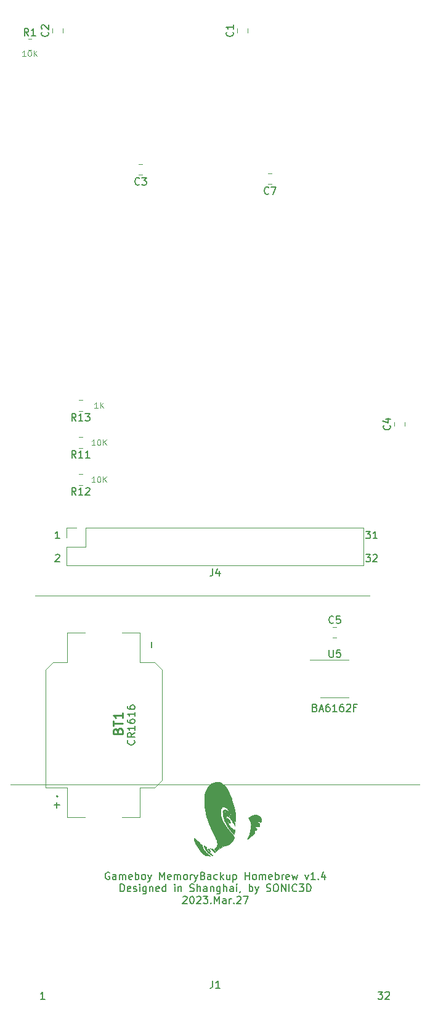
<source format=gto>
%TF.GenerationSoftware,KiCad,Pcbnew,(5.1.10-1-10_14)*%
%TF.CreationDate,2023-03-27T22:58:26+08:00*%
%TF.ProjectId,GB_MemoryBackup_Mainboard,47425f4d-656d-46f7-9279-4261636b7570,1.4*%
%TF.SameCoordinates,Original*%
%TF.FileFunction,Legend,Top*%
%TF.FilePolarity,Positive*%
%FSLAX46Y46*%
G04 Gerber Fmt 4.6, Leading zero omitted, Abs format (unit mm)*
G04 Created by KiCad (PCBNEW (5.1.10-1-10_14)) date 2023-03-27 22:58:26*
%MOMM*%
%LPD*%
G01*
G04 APERTURE LIST*
%ADD10C,0.125000*%
%ADD11C,0.150000*%
%ADD12C,0.100000*%
%ADD13C,0.120000*%
%ADD14C,0.200000*%
%ADD15C,0.010000*%
%ADD16C,0.254000*%
G04 APERTURE END LIST*
D10*
X73488571Y-66401904D02*
X73031428Y-66401904D01*
X73260000Y-66401904D02*
X73260000Y-65601904D01*
X73183809Y-65716190D01*
X73107619Y-65792380D01*
X73031428Y-65830476D01*
X73831428Y-66401904D02*
X73831428Y-65601904D01*
X74288571Y-66401904D02*
X73945714Y-65944761D01*
X74288571Y-65601904D02*
X73831428Y-66059047D01*
X73107619Y-71481904D02*
X72650476Y-71481904D01*
X72879047Y-71481904D02*
X72879047Y-70681904D01*
X72802857Y-70796190D01*
X72726666Y-70872380D01*
X72650476Y-70910476D01*
X73602857Y-70681904D02*
X73679047Y-70681904D01*
X73755238Y-70720000D01*
X73793333Y-70758095D01*
X73831428Y-70834285D01*
X73869523Y-70986666D01*
X73869523Y-71177142D01*
X73831428Y-71329523D01*
X73793333Y-71405714D01*
X73755238Y-71443809D01*
X73679047Y-71481904D01*
X73602857Y-71481904D01*
X73526666Y-71443809D01*
X73488571Y-71405714D01*
X73450476Y-71329523D01*
X73412380Y-71177142D01*
X73412380Y-70986666D01*
X73450476Y-70834285D01*
X73488571Y-70758095D01*
X73526666Y-70720000D01*
X73602857Y-70681904D01*
X74212380Y-71481904D02*
X74212380Y-70681904D01*
X74669523Y-71481904D02*
X74326666Y-71024761D01*
X74669523Y-70681904D02*
X74212380Y-71139047D01*
X73107619Y-76561904D02*
X72650476Y-76561904D01*
X72879047Y-76561904D02*
X72879047Y-75761904D01*
X72802857Y-75876190D01*
X72726666Y-75952380D01*
X72650476Y-75990476D01*
X73602857Y-75761904D02*
X73679047Y-75761904D01*
X73755238Y-75800000D01*
X73793333Y-75838095D01*
X73831428Y-75914285D01*
X73869523Y-76066666D01*
X73869523Y-76257142D01*
X73831428Y-76409523D01*
X73793333Y-76485714D01*
X73755238Y-76523809D01*
X73679047Y-76561904D01*
X73602857Y-76561904D01*
X73526666Y-76523809D01*
X73488571Y-76485714D01*
X73450476Y-76409523D01*
X73412380Y-76257142D01*
X73412380Y-76066666D01*
X73450476Y-75914285D01*
X73488571Y-75838095D01*
X73526666Y-75800000D01*
X73602857Y-75761904D01*
X74212380Y-76561904D02*
X74212380Y-75761904D01*
X74669523Y-76561904D02*
X74326666Y-76104761D01*
X74669523Y-75761904D02*
X74212380Y-76219047D01*
X63582619Y-18141904D02*
X63125476Y-18141904D01*
X63354047Y-18141904D02*
X63354047Y-17341904D01*
X63277857Y-17456190D01*
X63201666Y-17532380D01*
X63125476Y-17570476D01*
X64077857Y-17341904D02*
X64154047Y-17341904D01*
X64230238Y-17380000D01*
X64268333Y-17418095D01*
X64306428Y-17494285D01*
X64344523Y-17646666D01*
X64344523Y-17837142D01*
X64306428Y-17989523D01*
X64268333Y-18065714D01*
X64230238Y-18103809D01*
X64154047Y-18141904D01*
X64077857Y-18141904D01*
X64001666Y-18103809D01*
X63963571Y-18065714D01*
X63925476Y-17989523D01*
X63887380Y-17837142D01*
X63887380Y-17646666D01*
X63925476Y-17494285D01*
X63963571Y-17418095D01*
X64001666Y-17380000D01*
X64077857Y-17341904D01*
X64687380Y-18141904D02*
X64687380Y-17341904D01*
X65144523Y-18141904D02*
X64801666Y-17684761D01*
X65144523Y-17341904D02*
X64687380Y-17799047D01*
D11*
X103339523Y-107478571D02*
X103482380Y-107526190D01*
X103530000Y-107573809D01*
X103577619Y-107669047D01*
X103577619Y-107811904D01*
X103530000Y-107907142D01*
X103482380Y-107954761D01*
X103387142Y-108002380D01*
X103006190Y-108002380D01*
X103006190Y-107002380D01*
X103339523Y-107002380D01*
X103434761Y-107050000D01*
X103482380Y-107097619D01*
X103530000Y-107192857D01*
X103530000Y-107288095D01*
X103482380Y-107383333D01*
X103434761Y-107430952D01*
X103339523Y-107478571D01*
X103006190Y-107478571D01*
X103958571Y-107716666D02*
X104434761Y-107716666D01*
X103863333Y-108002380D02*
X104196666Y-107002380D01*
X104530000Y-108002380D01*
X105291904Y-107002380D02*
X105101428Y-107002380D01*
X105006190Y-107050000D01*
X104958571Y-107097619D01*
X104863333Y-107240476D01*
X104815714Y-107430952D01*
X104815714Y-107811904D01*
X104863333Y-107907142D01*
X104910952Y-107954761D01*
X105006190Y-108002380D01*
X105196666Y-108002380D01*
X105291904Y-107954761D01*
X105339523Y-107907142D01*
X105387142Y-107811904D01*
X105387142Y-107573809D01*
X105339523Y-107478571D01*
X105291904Y-107430952D01*
X105196666Y-107383333D01*
X105006190Y-107383333D01*
X104910952Y-107430952D01*
X104863333Y-107478571D01*
X104815714Y-107573809D01*
X106339523Y-108002380D02*
X105768095Y-108002380D01*
X106053809Y-108002380D02*
X106053809Y-107002380D01*
X105958571Y-107145238D01*
X105863333Y-107240476D01*
X105768095Y-107288095D01*
X107196666Y-107002380D02*
X107006190Y-107002380D01*
X106910952Y-107050000D01*
X106863333Y-107097619D01*
X106768095Y-107240476D01*
X106720476Y-107430952D01*
X106720476Y-107811904D01*
X106768095Y-107907142D01*
X106815714Y-107954761D01*
X106910952Y-108002380D01*
X107101428Y-108002380D01*
X107196666Y-107954761D01*
X107244285Y-107907142D01*
X107291904Y-107811904D01*
X107291904Y-107573809D01*
X107244285Y-107478571D01*
X107196666Y-107430952D01*
X107101428Y-107383333D01*
X106910952Y-107383333D01*
X106815714Y-107430952D01*
X106768095Y-107478571D01*
X106720476Y-107573809D01*
X107672857Y-107097619D02*
X107720476Y-107050000D01*
X107815714Y-107002380D01*
X108053809Y-107002380D01*
X108149047Y-107050000D01*
X108196666Y-107097619D01*
X108244285Y-107192857D01*
X108244285Y-107288095D01*
X108196666Y-107430952D01*
X107625238Y-108002380D01*
X108244285Y-108002380D01*
X109006190Y-107478571D02*
X108672857Y-107478571D01*
X108672857Y-108002380D02*
X108672857Y-107002380D01*
X109149047Y-107002380D01*
X78462142Y-111950238D02*
X78509761Y-111997857D01*
X78557380Y-112140714D01*
X78557380Y-112235952D01*
X78509761Y-112378809D01*
X78414523Y-112474047D01*
X78319285Y-112521666D01*
X78128809Y-112569285D01*
X77985952Y-112569285D01*
X77795476Y-112521666D01*
X77700238Y-112474047D01*
X77605000Y-112378809D01*
X77557380Y-112235952D01*
X77557380Y-112140714D01*
X77605000Y-111997857D01*
X77652619Y-111950238D01*
X78557380Y-110950238D02*
X78081190Y-111283571D01*
X78557380Y-111521666D02*
X77557380Y-111521666D01*
X77557380Y-111140714D01*
X77605000Y-111045476D01*
X77652619Y-110997857D01*
X77747857Y-110950238D01*
X77890714Y-110950238D01*
X77985952Y-110997857D01*
X78033571Y-111045476D01*
X78081190Y-111140714D01*
X78081190Y-111521666D01*
X78557380Y-109997857D02*
X78557380Y-110569285D01*
X78557380Y-110283571D02*
X77557380Y-110283571D01*
X77700238Y-110378809D01*
X77795476Y-110474047D01*
X77843095Y-110569285D01*
X77557380Y-109140714D02*
X77557380Y-109331190D01*
X77605000Y-109426428D01*
X77652619Y-109474047D01*
X77795476Y-109569285D01*
X77985952Y-109616904D01*
X78366904Y-109616904D01*
X78462142Y-109569285D01*
X78509761Y-109521666D01*
X78557380Y-109426428D01*
X78557380Y-109235952D01*
X78509761Y-109140714D01*
X78462142Y-109093095D01*
X78366904Y-109045476D01*
X78128809Y-109045476D01*
X78033571Y-109093095D01*
X77985952Y-109140714D01*
X77938333Y-109235952D01*
X77938333Y-109426428D01*
X77985952Y-109521666D01*
X78033571Y-109569285D01*
X78128809Y-109616904D01*
X78557380Y-108093095D02*
X78557380Y-108664523D01*
X78557380Y-108378809D02*
X77557380Y-108378809D01*
X77700238Y-108474047D01*
X77795476Y-108569285D01*
X77843095Y-108664523D01*
X77557380Y-107235952D02*
X77557380Y-107426428D01*
X77605000Y-107521666D01*
X77652619Y-107569285D01*
X77795476Y-107664523D01*
X77985952Y-107712142D01*
X78366904Y-107712142D01*
X78462142Y-107664523D01*
X78509761Y-107616904D01*
X78557380Y-107521666D01*
X78557380Y-107331190D01*
X78509761Y-107235952D01*
X78462142Y-107188333D01*
X78366904Y-107140714D01*
X78128809Y-107140714D01*
X78033571Y-107188333D01*
X77985952Y-107235952D01*
X77938333Y-107331190D01*
X77938333Y-107521666D01*
X77985952Y-107616904D01*
X78033571Y-107664523D01*
X78128809Y-107712142D01*
X68230714Y-84272380D02*
X67659285Y-84272380D01*
X67945000Y-84272380D02*
X67945000Y-83272380D01*
X67849761Y-83415238D01*
X67754523Y-83510476D01*
X67659285Y-83558095D01*
X67659285Y-86542619D02*
X67706904Y-86495000D01*
X67802142Y-86447380D01*
X68040238Y-86447380D01*
X68135476Y-86495000D01*
X68183095Y-86542619D01*
X68230714Y-86637857D01*
X68230714Y-86733095D01*
X68183095Y-86875952D01*
X67611666Y-87447380D01*
X68230714Y-87447380D01*
X110315476Y-83272380D02*
X110934523Y-83272380D01*
X110601190Y-83653333D01*
X110744047Y-83653333D01*
X110839285Y-83700952D01*
X110886904Y-83748571D01*
X110934523Y-83843809D01*
X110934523Y-84081904D01*
X110886904Y-84177142D01*
X110839285Y-84224761D01*
X110744047Y-84272380D01*
X110458333Y-84272380D01*
X110363095Y-84224761D01*
X110315476Y-84177142D01*
X111886904Y-84272380D02*
X111315476Y-84272380D01*
X111601190Y-84272380D02*
X111601190Y-83272380D01*
X111505952Y-83415238D01*
X111410714Y-83510476D01*
X111315476Y-83558095D01*
X110315476Y-86447380D02*
X110934523Y-86447380D01*
X110601190Y-86828333D01*
X110744047Y-86828333D01*
X110839285Y-86875952D01*
X110886904Y-86923571D01*
X110934523Y-87018809D01*
X110934523Y-87256904D01*
X110886904Y-87352142D01*
X110839285Y-87399761D01*
X110744047Y-87447380D01*
X110458333Y-87447380D01*
X110363095Y-87399761D01*
X110315476Y-87352142D01*
X111315476Y-86542619D02*
X111363095Y-86495000D01*
X111458333Y-86447380D01*
X111696428Y-86447380D01*
X111791666Y-86495000D01*
X111839285Y-86542619D01*
X111886904Y-86637857D01*
X111886904Y-86733095D01*
X111839285Y-86875952D01*
X111267857Y-87447380D01*
X111886904Y-87447380D01*
X75078571Y-130090000D02*
X74983333Y-130042380D01*
X74840476Y-130042380D01*
X74697619Y-130090000D01*
X74602380Y-130185238D01*
X74554761Y-130280476D01*
X74507142Y-130470952D01*
X74507142Y-130613809D01*
X74554761Y-130804285D01*
X74602380Y-130899523D01*
X74697619Y-130994761D01*
X74840476Y-131042380D01*
X74935714Y-131042380D01*
X75078571Y-130994761D01*
X75126190Y-130947142D01*
X75126190Y-130613809D01*
X74935714Y-130613809D01*
X75983333Y-131042380D02*
X75983333Y-130518571D01*
X75935714Y-130423333D01*
X75840476Y-130375714D01*
X75649999Y-130375714D01*
X75554761Y-130423333D01*
X75983333Y-130994761D02*
X75888095Y-131042380D01*
X75649999Y-131042380D01*
X75554761Y-130994761D01*
X75507142Y-130899523D01*
X75507142Y-130804285D01*
X75554761Y-130709047D01*
X75649999Y-130661428D01*
X75888095Y-130661428D01*
X75983333Y-130613809D01*
X76459523Y-131042380D02*
X76459523Y-130375714D01*
X76459523Y-130470952D02*
X76507142Y-130423333D01*
X76602380Y-130375714D01*
X76745238Y-130375714D01*
X76840476Y-130423333D01*
X76888095Y-130518571D01*
X76888095Y-131042380D01*
X76888095Y-130518571D02*
X76935714Y-130423333D01*
X77030952Y-130375714D01*
X77173809Y-130375714D01*
X77269047Y-130423333D01*
X77316666Y-130518571D01*
X77316666Y-131042380D01*
X78173809Y-130994761D02*
X78078571Y-131042380D01*
X77888095Y-131042380D01*
X77792857Y-130994761D01*
X77745238Y-130899523D01*
X77745238Y-130518571D01*
X77792857Y-130423333D01*
X77888095Y-130375714D01*
X78078571Y-130375714D01*
X78173809Y-130423333D01*
X78221428Y-130518571D01*
X78221428Y-130613809D01*
X77745238Y-130709047D01*
X78649999Y-131042380D02*
X78649999Y-130042380D01*
X78649999Y-130423333D02*
X78745238Y-130375714D01*
X78935714Y-130375714D01*
X79030952Y-130423333D01*
X79078571Y-130470952D01*
X79126190Y-130566190D01*
X79126190Y-130851904D01*
X79078571Y-130947142D01*
X79030952Y-130994761D01*
X78935714Y-131042380D01*
X78745238Y-131042380D01*
X78649999Y-130994761D01*
X79697619Y-131042380D02*
X79602380Y-130994761D01*
X79554761Y-130947142D01*
X79507142Y-130851904D01*
X79507142Y-130566190D01*
X79554761Y-130470952D01*
X79602380Y-130423333D01*
X79697619Y-130375714D01*
X79840476Y-130375714D01*
X79935714Y-130423333D01*
X79983333Y-130470952D01*
X80030952Y-130566190D01*
X80030952Y-130851904D01*
X79983333Y-130947142D01*
X79935714Y-130994761D01*
X79840476Y-131042380D01*
X79697619Y-131042380D01*
X80364285Y-130375714D02*
X80602380Y-131042380D01*
X80840476Y-130375714D02*
X80602380Y-131042380D01*
X80507142Y-131280476D01*
X80459523Y-131328095D01*
X80364285Y-131375714D01*
X81983333Y-131042380D02*
X81983333Y-130042380D01*
X82316666Y-130756666D01*
X82649999Y-130042380D01*
X82649999Y-131042380D01*
X83507142Y-130994761D02*
X83411904Y-131042380D01*
X83221428Y-131042380D01*
X83126190Y-130994761D01*
X83078571Y-130899523D01*
X83078571Y-130518571D01*
X83126190Y-130423333D01*
X83221428Y-130375714D01*
X83411904Y-130375714D01*
X83507142Y-130423333D01*
X83554761Y-130518571D01*
X83554761Y-130613809D01*
X83078571Y-130709047D01*
X83983333Y-131042380D02*
X83983333Y-130375714D01*
X83983333Y-130470952D02*
X84030952Y-130423333D01*
X84126190Y-130375714D01*
X84269047Y-130375714D01*
X84364285Y-130423333D01*
X84411904Y-130518571D01*
X84411904Y-131042380D01*
X84411904Y-130518571D02*
X84459523Y-130423333D01*
X84554761Y-130375714D01*
X84697619Y-130375714D01*
X84792857Y-130423333D01*
X84840476Y-130518571D01*
X84840476Y-131042380D01*
X85459523Y-131042380D02*
X85364285Y-130994761D01*
X85316666Y-130947142D01*
X85269047Y-130851904D01*
X85269047Y-130566190D01*
X85316666Y-130470952D01*
X85364285Y-130423333D01*
X85459523Y-130375714D01*
X85602380Y-130375714D01*
X85697619Y-130423333D01*
X85745238Y-130470952D01*
X85792857Y-130566190D01*
X85792857Y-130851904D01*
X85745238Y-130947142D01*
X85697619Y-130994761D01*
X85602380Y-131042380D01*
X85459523Y-131042380D01*
X86221428Y-131042380D02*
X86221428Y-130375714D01*
X86221428Y-130566190D02*
X86269047Y-130470952D01*
X86316666Y-130423333D01*
X86411904Y-130375714D01*
X86507142Y-130375714D01*
X86745238Y-130375714D02*
X86983333Y-131042380D01*
X87221428Y-130375714D02*
X86983333Y-131042380D01*
X86888095Y-131280476D01*
X86840476Y-131328095D01*
X86745238Y-131375714D01*
X87935714Y-130518571D02*
X88078571Y-130566190D01*
X88126190Y-130613809D01*
X88173809Y-130709047D01*
X88173809Y-130851904D01*
X88126190Y-130947142D01*
X88078571Y-130994761D01*
X87983333Y-131042380D01*
X87602380Y-131042380D01*
X87602380Y-130042380D01*
X87935714Y-130042380D01*
X88030952Y-130090000D01*
X88078571Y-130137619D01*
X88126190Y-130232857D01*
X88126190Y-130328095D01*
X88078571Y-130423333D01*
X88030952Y-130470952D01*
X87935714Y-130518571D01*
X87602380Y-130518571D01*
X89030952Y-131042380D02*
X89030952Y-130518571D01*
X88983333Y-130423333D01*
X88888095Y-130375714D01*
X88697619Y-130375714D01*
X88602380Y-130423333D01*
X89030952Y-130994761D02*
X88935714Y-131042380D01*
X88697619Y-131042380D01*
X88602380Y-130994761D01*
X88554761Y-130899523D01*
X88554761Y-130804285D01*
X88602380Y-130709047D01*
X88697619Y-130661428D01*
X88935714Y-130661428D01*
X89030952Y-130613809D01*
X89935714Y-130994761D02*
X89840476Y-131042380D01*
X89649999Y-131042380D01*
X89554761Y-130994761D01*
X89507142Y-130947142D01*
X89459523Y-130851904D01*
X89459523Y-130566190D01*
X89507142Y-130470952D01*
X89554761Y-130423333D01*
X89649999Y-130375714D01*
X89840476Y-130375714D01*
X89935714Y-130423333D01*
X90364285Y-131042380D02*
X90364285Y-130042380D01*
X90459523Y-130661428D02*
X90745238Y-131042380D01*
X90745238Y-130375714D02*
X90364285Y-130756666D01*
X91602380Y-130375714D02*
X91602380Y-131042380D01*
X91173809Y-130375714D02*
X91173809Y-130899523D01*
X91221428Y-130994761D01*
X91316666Y-131042380D01*
X91459523Y-131042380D01*
X91554761Y-130994761D01*
X91602380Y-130947142D01*
X92078571Y-130375714D02*
X92078571Y-131375714D01*
X92078571Y-130423333D02*
X92173809Y-130375714D01*
X92364285Y-130375714D01*
X92459523Y-130423333D01*
X92507142Y-130470952D01*
X92554761Y-130566190D01*
X92554761Y-130851904D01*
X92507142Y-130947142D01*
X92459523Y-130994761D01*
X92364285Y-131042380D01*
X92173809Y-131042380D01*
X92078571Y-130994761D01*
X93745238Y-131042380D02*
X93745238Y-130042380D01*
X93745238Y-130518571D02*
X94316666Y-130518571D01*
X94316666Y-131042380D02*
X94316666Y-130042380D01*
X94935714Y-131042380D02*
X94840476Y-130994761D01*
X94792857Y-130947142D01*
X94745238Y-130851904D01*
X94745238Y-130566190D01*
X94792857Y-130470952D01*
X94840476Y-130423333D01*
X94935714Y-130375714D01*
X95078571Y-130375714D01*
X95173809Y-130423333D01*
X95221428Y-130470952D01*
X95269047Y-130566190D01*
X95269047Y-130851904D01*
X95221428Y-130947142D01*
X95173809Y-130994761D01*
X95078571Y-131042380D01*
X94935714Y-131042380D01*
X95697619Y-131042380D02*
X95697619Y-130375714D01*
X95697619Y-130470952D02*
X95745238Y-130423333D01*
X95840476Y-130375714D01*
X95983333Y-130375714D01*
X96078571Y-130423333D01*
X96126190Y-130518571D01*
X96126190Y-131042380D01*
X96126190Y-130518571D02*
X96173809Y-130423333D01*
X96269047Y-130375714D01*
X96411904Y-130375714D01*
X96507142Y-130423333D01*
X96554761Y-130518571D01*
X96554761Y-131042380D01*
X97411904Y-130994761D02*
X97316666Y-131042380D01*
X97126190Y-131042380D01*
X97030952Y-130994761D01*
X96983333Y-130899523D01*
X96983333Y-130518571D01*
X97030952Y-130423333D01*
X97126190Y-130375714D01*
X97316666Y-130375714D01*
X97411904Y-130423333D01*
X97459523Y-130518571D01*
X97459523Y-130613809D01*
X96983333Y-130709047D01*
X97888095Y-131042380D02*
X97888095Y-130042380D01*
X97888095Y-130423333D02*
X97983333Y-130375714D01*
X98173809Y-130375714D01*
X98269047Y-130423333D01*
X98316666Y-130470952D01*
X98364285Y-130566190D01*
X98364285Y-130851904D01*
X98316666Y-130947142D01*
X98269047Y-130994761D01*
X98173809Y-131042380D01*
X97983333Y-131042380D01*
X97888095Y-130994761D01*
X98792857Y-131042380D02*
X98792857Y-130375714D01*
X98792857Y-130566190D02*
X98840476Y-130470952D01*
X98888095Y-130423333D01*
X98983333Y-130375714D01*
X99078571Y-130375714D01*
X99792857Y-130994761D02*
X99697619Y-131042380D01*
X99507142Y-131042380D01*
X99411904Y-130994761D01*
X99364285Y-130899523D01*
X99364285Y-130518571D01*
X99411904Y-130423333D01*
X99507142Y-130375714D01*
X99697619Y-130375714D01*
X99792857Y-130423333D01*
X99840476Y-130518571D01*
X99840476Y-130613809D01*
X99364285Y-130709047D01*
X100173809Y-130375714D02*
X100364285Y-131042380D01*
X100554761Y-130566190D01*
X100745238Y-131042380D01*
X100935714Y-130375714D01*
X101983333Y-130375714D02*
X102221428Y-131042380D01*
X102459523Y-130375714D01*
X103364285Y-131042380D02*
X102792857Y-131042380D01*
X103078571Y-131042380D02*
X103078571Y-130042380D01*
X102983333Y-130185238D01*
X102888095Y-130280476D01*
X102792857Y-130328095D01*
X103792857Y-130947142D02*
X103840476Y-130994761D01*
X103792857Y-131042380D01*
X103745238Y-130994761D01*
X103792857Y-130947142D01*
X103792857Y-131042380D01*
X104697619Y-130375714D02*
X104697619Y-131042380D01*
X104459523Y-129994761D02*
X104221428Y-130709047D01*
X104840476Y-130709047D01*
X76578571Y-132692380D02*
X76578571Y-131692380D01*
X76816666Y-131692380D01*
X76959523Y-131740000D01*
X77054761Y-131835238D01*
X77102380Y-131930476D01*
X77150000Y-132120952D01*
X77150000Y-132263809D01*
X77102380Y-132454285D01*
X77054761Y-132549523D01*
X76959523Y-132644761D01*
X76816666Y-132692380D01*
X76578571Y-132692380D01*
X77959523Y-132644761D02*
X77864285Y-132692380D01*
X77673809Y-132692380D01*
X77578571Y-132644761D01*
X77530952Y-132549523D01*
X77530952Y-132168571D01*
X77578571Y-132073333D01*
X77673809Y-132025714D01*
X77864285Y-132025714D01*
X77959523Y-132073333D01*
X78007142Y-132168571D01*
X78007142Y-132263809D01*
X77530952Y-132359047D01*
X78388095Y-132644761D02*
X78483333Y-132692380D01*
X78673809Y-132692380D01*
X78769047Y-132644761D01*
X78816666Y-132549523D01*
X78816666Y-132501904D01*
X78769047Y-132406666D01*
X78673809Y-132359047D01*
X78530952Y-132359047D01*
X78435714Y-132311428D01*
X78388095Y-132216190D01*
X78388095Y-132168571D01*
X78435714Y-132073333D01*
X78530952Y-132025714D01*
X78673809Y-132025714D01*
X78769047Y-132073333D01*
X79245238Y-132692380D02*
X79245238Y-132025714D01*
X79245238Y-131692380D02*
X79197619Y-131740000D01*
X79245238Y-131787619D01*
X79292857Y-131740000D01*
X79245238Y-131692380D01*
X79245238Y-131787619D01*
X80150000Y-132025714D02*
X80150000Y-132835238D01*
X80102380Y-132930476D01*
X80054761Y-132978095D01*
X79959523Y-133025714D01*
X79816666Y-133025714D01*
X79721428Y-132978095D01*
X80150000Y-132644761D02*
X80054761Y-132692380D01*
X79864285Y-132692380D01*
X79769047Y-132644761D01*
X79721428Y-132597142D01*
X79673809Y-132501904D01*
X79673809Y-132216190D01*
X79721428Y-132120952D01*
X79769047Y-132073333D01*
X79864285Y-132025714D01*
X80054761Y-132025714D01*
X80150000Y-132073333D01*
X80626190Y-132025714D02*
X80626190Y-132692380D01*
X80626190Y-132120952D02*
X80673809Y-132073333D01*
X80769047Y-132025714D01*
X80911904Y-132025714D01*
X81007142Y-132073333D01*
X81054761Y-132168571D01*
X81054761Y-132692380D01*
X81911904Y-132644761D02*
X81816666Y-132692380D01*
X81626190Y-132692380D01*
X81530952Y-132644761D01*
X81483333Y-132549523D01*
X81483333Y-132168571D01*
X81530952Y-132073333D01*
X81626190Y-132025714D01*
X81816666Y-132025714D01*
X81911904Y-132073333D01*
X81959523Y-132168571D01*
X81959523Y-132263809D01*
X81483333Y-132359047D01*
X82816666Y-132692380D02*
X82816666Y-131692380D01*
X82816666Y-132644761D02*
X82721428Y-132692380D01*
X82530952Y-132692380D01*
X82435714Y-132644761D01*
X82388095Y-132597142D01*
X82340476Y-132501904D01*
X82340476Y-132216190D01*
X82388095Y-132120952D01*
X82435714Y-132073333D01*
X82530952Y-132025714D01*
X82721428Y-132025714D01*
X82816666Y-132073333D01*
X84054761Y-132692380D02*
X84054761Y-132025714D01*
X84054761Y-131692380D02*
X84007142Y-131740000D01*
X84054761Y-131787619D01*
X84102380Y-131740000D01*
X84054761Y-131692380D01*
X84054761Y-131787619D01*
X84530952Y-132025714D02*
X84530952Y-132692380D01*
X84530952Y-132120952D02*
X84578571Y-132073333D01*
X84673809Y-132025714D01*
X84816666Y-132025714D01*
X84911904Y-132073333D01*
X84959523Y-132168571D01*
X84959523Y-132692380D01*
X86150000Y-132644761D02*
X86292857Y-132692380D01*
X86530952Y-132692380D01*
X86626190Y-132644761D01*
X86673809Y-132597142D01*
X86721428Y-132501904D01*
X86721428Y-132406666D01*
X86673809Y-132311428D01*
X86626190Y-132263809D01*
X86530952Y-132216190D01*
X86340476Y-132168571D01*
X86245238Y-132120952D01*
X86197619Y-132073333D01*
X86150000Y-131978095D01*
X86150000Y-131882857D01*
X86197619Y-131787619D01*
X86245238Y-131740000D01*
X86340476Y-131692380D01*
X86578571Y-131692380D01*
X86721428Y-131740000D01*
X87150000Y-132692380D02*
X87150000Y-131692380D01*
X87578571Y-132692380D02*
X87578571Y-132168571D01*
X87530952Y-132073333D01*
X87435714Y-132025714D01*
X87292857Y-132025714D01*
X87197619Y-132073333D01*
X87150000Y-132120952D01*
X88483333Y-132692380D02*
X88483333Y-132168571D01*
X88435714Y-132073333D01*
X88340476Y-132025714D01*
X88150000Y-132025714D01*
X88054761Y-132073333D01*
X88483333Y-132644761D02*
X88388095Y-132692380D01*
X88150000Y-132692380D01*
X88054761Y-132644761D01*
X88007142Y-132549523D01*
X88007142Y-132454285D01*
X88054761Y-132359047D01*
X88150000Y-132311428D01*
X88388095Y-132311428D01*
X88483333Y-132263809D01*
X88959523Y-132025714D02*
X88959523Y-132692380D01*
X88959523Y-132120952D02*
X89007142Y-132073333D01*
X89102380Y-132025714D01*
X89245238Y-132025714D01*
X89340476Y-132073333D01*
X89388095Y-132168571D01*
X89388095Y-132692380D01*
X90292857Y-132025714D02*
X90292857Y-132835238D01*
X90245238Y-132930476D01*
X90197619Y-132978095D01*
X90102380Y-133025714D01*
X89959523Y-133025714D01*
X89864285Y-132978095D01*
X90292857Y-132644761D02*
X90197619Y-132692380D01*
X90007142Y-132692380D01*
X89911904Y-132644761D01*
X89864285Y-132597142D01*
X89816666Y-132501904D01*
X89816666Y-132216190D01*
X89864285Y-132120952D01*
X89911904Y-132073333D01*
X90007142Y-132025714D01*
X90197619Y-132025714D01*
X90292857Y-132073333D01*
X90769047Y-132692380D02*
X90769047Y-131692380D01*
X91197619Y-132692380D02*
X91197619Y-132168571D01*
X91150000Y-132073333D01*
X91054761Y-132025714D01*
X90911904Y-132025714D01*
X90816666Y-132073333D01*
X90769047Y-132120952D01*
X92102380Y-132692380D02*
X92102380Y-132168571D01*
X92054761Y-132073333D01*
X91959523Y-132025714D01*
X91769047Y-132025714D01*
X91673809Y-132073333D01*
X92102380Y-132644761D02*
X92007142Y-132692380D01*
X91769047Y-132692380D01*
X91673809Y-132644761D01*
X91626190Y-132549523D01*
X91626190Y-132454285D01*
X91673809Y-132359047D01*
X91769047Y-132311428D01*
X92007142Y-132311428D01*
X92102380Y-132263809D01*
X92578571Y-132692380D02*
X92578571Y-132025714D01*
X92578571Y-131692380D02*
X92530952Y-131740000D01*
X92578571Y-131787619D01*
X92626190Y-131740000D01*
X92578571Y-131692380D01*
X92578571Y-131787619D01*
X93102380Y-132644761D02*
X93102380Y-132692380D01*
X93054761Y-132787619D01*
X93007142Y-132835238D01*
X94292857Y-132692380D02*
X94292857Y-131692380D01*
X94292857Y-132073333D02*
X94388095Y-132025714D01*
X94578571Y-132025714D01*
X94673809Y-132073333D01*
X94721428Y-132120952D01*
X94769047Y-132216190D01*
X94769047Y-132501904D01*
X94721428Y-132597142D01*
X94673809Y-132644761D01*
X94578571Y-132692380D01*
X94388095Y-132692380D01*
X94292857Y-132644761D01*
X95102380Y-132025714D02*
X95340476Y-132692380D01*
X95578571Y-132025714D02*
X95340476Y-132692380D01*
X95245238Y-132930476D01*
X95197619Y-132978095D01*
X95102380Y-133025714D01*
X96673809Y-132644761D02*
X96816666Y-132692380D01*
X97054761Y-132692380D01*
X97150000Y-132644761D01*
X97197619Y-132597142D01*
X97245238Y-132501904D01*
X97245238Y-132406666D01*
X97197619Y-132311428D01*
X97150000Y-132263809D01*
X97054761Y-132216190D01*
X96864285Y-132168571D01*
X96769047Y-132120952D01*
X96721428Y-132073333D01*
X96673809Y-131978095D01*
X96673809Y-131882857D01*
X96721428Y-131787619D01*
X96769047Y-131740000D01*
X96864285Y-131692380D01*
X97102380Y-131692380D01*
X97245238Y-131740000D01*
X97864285Y-131692380D02*
X98054761Y-131692380D01*
X98150000Y-131740000D01*
X98245238Y-131835238D01*
X98292857Y-132025714D01*
X98292857Y-132359047D01*
X98245238Y-132549523D01*
X98150000Y-132644761D01*
X98054761Y-132692380D01*
X97864285Y-132692380D01*
X97769047Y-132644761D01*
X97673809Y-132549523D01*
X97626190Y-132359047D01*
X97626190Y-132025714D01*
X97673809Y-131835238D01*
X97769047Y-131740000D01*
X97864285Y-131692380D01*
X98721428Y-132692380D02*
X98721428Y-131692380D01*
X99292857Y-132692380D01*
X99292857Y-131692380D01*
X99769047Y-132692380D02*
X99769047Y-131692380D01*
X100816666Y-132597142D02*
X100769047Y-132644761D01*
X100626190Y-132692380D01*
X100530952Y-132692380D01*
X100388095Y-132644761D01*
X100292857Y-132549523D01*
X100245238Y-132454285D01*
X100197619Y-132263809D01*
X100197619Y-132120952D01*
X100245238Y-131930476D01*
X100292857Y-131835238D01*
X100388095Y-131740000D01*
X100530952Y-131692380D01*
X100626190Y-131692380D01*
X100769047Y-131740000D01*
X100816666Y-131787619D01*
X101150000Y-131692380D02*
X101769047Y-131692380D01*
X101435714Y-132073333D01*
X101578571Y-132073333D01*
X101673809Y-132120952D01*
X101721428Y-132168571D01*
X101769047Y-132263809D01*
X101769047Y-132501904D01*
X101721428Y-132597142D01*
X101673809Y-132644761D01*
X101578571Y-132692380D01*
X101292857Y-132692380D01*
X101197619Y-132644761D01*
X101150000Y-132597142D01*
X102197619Y-132692380D02*
X102197619Y-131692380D01*
X102435714Y-131692380D01*
X102578571Y-131740000D01*
X102673809Y-131835238D01*
X102721428Y-131930476D01*
X102769047Y-132120952D01*
X102769047Y-132263809D01*
X102721428Y-132454285D01*
X102673809Y-132549523D01*
X102578571Y-132644761D01*
X102435714Y-132692380D01*
X102197619Y-132692380D01*
X85173809Y-133437619D02*
X85221428Y-133390000D01*
X85316666Y-133342380D01*
X85554761Y-133342380D01*
X85650000Y-133390000D01*
X85697619Y-133437619D01*
X85745238Y-133532857D01*
X85745238Y-133628095D01*
X85697619Y-133770952D01*
X85126190Y-134342380D01*
X85745238Y-134342380D01*
X86364285Y-133342380D02*
X86459523Y-133342380D01*
X86554761Y-133390000D01*
X86602380Y-133437619D01*
X86650000Y-133532857D01*
X86697619Y-133723333D01*
X86697619Y-133961428D01*
X86650000Y-134151904D01*
X86602380Y-134247142D01*
X86554761Y-134294761D01*
X86459523Y-134342380D01*
X86364285Y-134342380D01*
X86269047Y-134294761D01*
X86221428Y-134247142D01*
X86173809Y-134151904D01*
X86126190Y-133961428D01*
X86126190Y-133723333D01*
X86173809Y-133532857D01*
X86221428Y-133437619D01*
X86269047Y-133390000D01*
X86364285Y-133342380D01*
X87078571Y-133437619D02*
X87126190Y-133390000D01*
X87221428Y-133342380D01*
X87459523Y-133342380D01*
X87554761Y-133390000D01*
X87602380Y-133437619D01*
X87650000Y-133532857D01*
X87650000Y-133628095D01*
X87602380Y-133770952D01*
X87030952Y-134342380D01*
X87650000Y-134342380D01*
X87983333Y-133342380D02*
X88602380Y-133342380D01*
X88269047Y-133723333D01*
X88411904Y-133723333D01*
X88507142Y-133770952D01*
X88554761Y-133818571D01*
X88602380Y-133913809D01*
X88602380Y-134151904D01*
X88554761Y-134247142D01*
X88507142Y-134294761D01*
X88411904Y-134342380D01*
X88126190Y-134342380D01*
X88030952Y-134294761D01*
X87983333Y-134247142D01*
X89030952Y-134247142D02*
X89078571Y-134294761D01*
X89030952Y-134342380D01*
X88983333Y-134294761D01*
X89030952Y-134247142D01*
X89030952Y-134342380D01*
X89507142Y-134342380D02*
X89507142Y-133342380D01*
X89840476Y-134056666D01*
X90173809Y-133342380D01*
X90173809Y-134342380D01*
X91078571Y-134342380D02*
X91078571Y-133818571D01*
X91030952Y-133723333D01*
X90935714Y-133675714D01*
X90745238Y-133675714D01*
X90650000Y-133723333D01*
X91078571Y-134294761D02*
X90983333Y-134342380D01*
X90745238Y-134342380D01*
X90650000Y-134294761D01*
X90602380Y-134199523D01*
X90602380Y-134104285D01*
X90650000Y-134009047D01*
X90745238Y-133961428D01*
X90983333Y-133961428D01*
X91078571Y-133913809D01*
X91554761Y-134342380D02*
X91554761Y-133675714D01*
X91554761Y-133866190D02*
X91602380Y-133770952D01*
X91650000Y-133723333D01*
X91745238Y-133675714D01*
X91840476Y-133675714D01*
X92173809Y-134247142D02*
X92221428Y-134294761D01*
X92173809Y-134342380D01*
X92126190Y-134294761D01*
X92173809Y-134247142D01*
X92173809Y-134342380D01*
X92602380Y-133437619D02*
X92650000Y-133390000D01*
X92745238Y-133342380D01*
X92983333Y-133342380D01*
X93078571Y-133390000D01*
X93126190Y-133437619D01*
X93173809Y-133532857D01*
X93173809Y-133628095D01*
X93126190Y-133770952D01*
X92554761Y-134342380D01*
X93173809Y-134342380D01*
X93507142Y-133342380D02*
X94173809Y-133342380D01*
X93745238Y-134342380D01*
D12*
X64900000Y-92100000D02*
X110850000Y-92100000D01*
X61500000Y-118000000D02*
X117700000Y-118000000D01*
D13*
%TO.C,J4*%
X69220000Y-84120000D02*
X69220000Y-82790000D01*
X69220000Y-82790000D02*
X70550000Y-82790000D01*
X69220000Y-85390000D02*
X71820000Y-85390000D01*
X71820000Y-85390000D02*
X71820000Y-82790000D01*
X71820000Y-82790000D02*
X109980000Y-82790000D01*
X109980000Y-87990000D02*
X109980000Y-82790000D01*
X69220000Y-87990000D02*
X109980000Y-87990000D01*
X69220000Y-87990000D02*
X69220000Y-85390000D01*
%TO.C,U5*%
X106045000Y-106065000D02*
X107995000Y-106065000D01*
X106045000Y-106065000D02*
X104095000Y-106065000D01*
X106045000Y-100945000D02*
X107995000Y-100945000D01*
X106045000Y-100945000D02*
X102595000Y-100945000D01*
%TO.C,C7*%
X97416252Y-35660000D02*
X96893748Y-35660000D01*
X97416252Y-34190000D02*
X96893748Y-34190000D01*
%TO.C,C5*%
X105783748Y-96420000D02*
X106306252Y-96420000D01*
X105783748Y-97890000D02*
X106306252Y-97890000D01*
%TO.C,C4*%
X114200000Y-68841252D02*
X114200000Y-68318748D01*
X115670000Y-68841252D02*
X115670000Y-68318748D01*
D12*
%TO.C,BT1*%
X82295000Y-117455000D02*
X81295000Y-118455000D01*
D14*
X67895000Y-119555000D02*
X67895000Y-119555000D01*
X67895000Y-119755000D02*
X67895000Y-119755000D01*
D12*
X79295000Y-97205000D02*
X76835000Y-97205000D01*
X79295000Y-101255000D02*
X79295000Y-97205000D01*
X81295000Y-101255000D02*
X79295000Y-101255000D01*
X82295000Y-117455000D02*
X82295000Y-102255000D01*
X79295000Y-118455000D02*
X81295000Y-118455000D01*
X79295000Y-122505000D02*
X79295000Y-118455000D01*
X76835000Y-122505000D02*
X79295000Y-122505000D01*
X69295000Y-122505000D02*
X71755000Y-122505000D01*
X69295000Y-118455000D02*
X69295000Y-122505000D01*
X66295000Y-118455000D02*
X69295000Y-118455000D01*
X66295000Y-102255000D02*
X66295000Y-118455000D01*
X69295000Y-101255000D02*
X67295000Y-101255000D01*
X69295000Y-97205000D02*
X69295000Y-101255000D01*
X71755000Y-97205000D02*
X69295000Y-97205000D01*
X67295000Y-101255000D02*
X66295000Y-102255000D01*
X82295000Y-102255000D02*
X81295000Y-101255000D01*
D14*
X67895000Y-119555000D02*
G75*
G02*
X67895000Y-119755000I0J-100000D01*
G01*
X67895000Y-119755000D02*
G75*
G02*
X67895000Y-119555000I0J100000D01*
G01*
D15*
%TO.C,G\u002A\u002A\u002A*%
G36*
X91273611Y-121765286D02*
G01*
X91318684Y-121785532D01*
X91320239Y-121811118D01*
X91300611Y-121847625D01*
X91274574Y-121835471D01*
X91249237Y-121806417D01*
X91230141Y-121771521D01*
X91265027Y-121764727D01*
X91273611Y-121765286D01*
G37*
X91273611Y-121765286D02*
X91318684Y-121785532D01*
X91320239Y-121811118D01*
X91300611Y-121847625D01*
X91274574Y-121835471D01*
X91249237Y-121806417D01*
X91230141Y-121771521D01*
X91265027Y-121764727D01*
X91273611Y-121765286D01*
G36*
X91977077Y-122765410D02*
G01*
X91978000Y-122773000D01*
X91953839Y-122803827D01*
X91946250Y-122804750D01*
X91915422Y-122780589D01*
X91914500Y-122773000D01*
X91938660Y-122742172D01*
X91946250Y-122741250D01*
X91977077Y-122765410D01*
G37*
X91977077Y-122765410D02*
X91978000Y-122773000D01*
X91953839Y-122803827D01*
X91946250Y-122804750D01*
X91915422Y-122780589D01*
X91914500Y-122773000D01*
X91938660Y-122742172D01*
X91946250Y-122741250D01*
X91977077Y-122765410D01*
G36*
X91814344Y-124182843D02*
G01*
X91848429Y-124214812D01*
X91841437Y-124233190D01*
X91836998Y-124233500D01*
X91810144Y-124210948D01*
X91800343Y-124196844D01*
X91796600Y-124175117D01*
X91814344Y-124182843D01*
G37*
X91814344Y-124182843D02*
X91848429Y-124214812D01*
X91841437Y-124233190D01*
X91836998Y-124233500D01*
X91810144Y-124210948D01*
X91800343Y-124196844D01*
X91796600Y-124175117D01*
X91814344Y-124182843D01*
G36*
X90705526Y-121621959D02*
G01*
X90705282Y-121630000D01*
X90691616Y-121698065D01*
X90676250Y-121741125D01*
X90648963Y-121804625D01*
X90647217Y-121741125D01*
X90660815Y-121663180D01*
X90676250Y-121630000D01*
X90700734Y-121598396D01*
X90705526Y-121621959D01*
G37*
X90705526Y-121621959D02*
X90705282Y-121630000D01*
X90691616Y-121698065D01*
X90676250Y-121741125D01*
X90648963Y-121804625D01*
X90647217Y-121741125D01*
X90660815Y-121663180D01*
X90676250Y-121630000D01*
X90700734Y-121598396D01*
X90705526Y-121621959D01*
G36*
X91120750Y-121836375D02*
G01*
X91104875Y-121852250D01*
X91089000Y-121836375D01*
X91104875Y-121820500D01*
X91120750Y-121836375D01*
G37*
X91120750Y-121836375D02*
X91104875Y-121852250D01*
X91089000Y-121836375D01*
X91104875Y-121820500D01*
X91120750Y-121836375D01*
G36*
X91437811Y-122068017D02*
G01*
X91449731Y-122090375D01*
X91462083Y-122130405D01*
X91461066Y-122135493D01*
X91430032Y-122123243D01*
X91414437Y-122116972D01*
X91379715Y-122085561D01*
X91380372Y-122051938D01*
X91403103Y-122042750D01*
X91437811Y-122068017D01*
G37*
X91437811Y-122068017D02*
X91449731Y-122090375D01*
X91462083Y-122130405D01*
X91461066Y-122135493D01*
X91430032Y-122123243D01*
X91414437Y-122116972D01*
X91379715Y-122085561D01*
X91380372Y-122051938D01*
X91403103Y-122042750D01*
X91437811Y-122068017D01*
G36*
X90953537Y-122216533D02*
G01*
X90962000Y-122233250D01*
X90957123Y-122260973D01*
X90929638Y-122252728D01*
X90898500Y-122233250D01*
X90869311Y-122208644D01*
X90899319Y-122202088D01*
X90906437Y-122201986D01*
X90953537Y-122216533D01*
G37*
X90953537Y-122216533D02*
X90962000Y-122233250D01*
X90957123Y-122260973D01*
X90929638Y-122252728D01*
X90898500Y-122233250D01*
X90869311Y-122208644D01*
X90899319Y-122202088D01*
X90906437Y-122201986D01*
X90953537Y-122216533D01*
G36*
X91338087Y-122194637D02*
G01*
X91385266Y-122219650D01*
X91416975Y-122215053D01*
X91461044Y-122212153D01*
X91470000Y-122226150D01*
X91443937Y-122257365D01*
X91388486Y-122278261D01*
X91337756Y-122277717D01*
X91328963Y-122272130D01*
X91313370Y-122228294D01*
X91311736Y-122204145D01*
X91318716Y-122173315D01*
X91338087Y-122194637D01*
G37*
X91338087Y-122194637D02*
X91385266Y-122219650D01*
X91416975Y-122215053D01*
X91461044Y-122212153D01*
X91470000Y-122226150D01*
X91443937Y-122257365D01*
X91388486Y-122278261D01*
X91337756Y-122277717D01*
X91328963Y-122272130D01*
X91313370Y-122228294D01*
X91311736Y-122204145D01*
X91318716Y-122173315D01*
X91338087Y-122194637D01*
G36*
X90985457Y-122309624D02*
G01*
X90989487Y-122343884D01*
X90955849Y-122370766D01*
X90913358Y-122371341D01*
X90873207Y-122373287D01*
X90866750Y-122388603D01*
X90844534Y-122422121D01*
X90835000Y-122423750D01*
X90804295Y-122399482D01*
X90803250Y-122391214D01*
X90829046Y-122359729D01*
X90887312Y-122327278D01*
X90949363Y-122306707D01*
X90985457Y-122309624D01*
G37*
X90985457Y-122309624D02*
X90989487Y-122343884D01*
X90955849Y-122370766D01*
X90913358Y-122371341D01*
X90873207Y-122373287D01*
X90866750Y-122388603D01*
X90844534Y-122422121D01*
X90835000Y-122423750D01*
X90804295Y-122399482D01*
X90803250Y-122391214D01*
X90829046Y-122359729D01*
X90887312Y-122327278D01*
X90949363Y-122306707D01*
X90985457Y-122309624D01*
G36*
X91022502Y-121466629D02*
G01*
X91084201Y-121494059D01*
X91158496Y-121540844D01*
X91250147Y-121614983D01*
X91346254Y-121703729D01*
X91433918Y-121794337D01*
X91500240Y-121874058D01*
X91532319Y-121930146D01*
X91533500Y-121938031D01*
X91550908Y-121976022D01*
X91561891Y-121979250D01*
X91581633Y-122006286D01*
X91585703Y-122058602D01*
X91571136Y-122124468D01*
X91541817Y-122132829D01*
X91515431Y-122102700D01*
X91517572Y-122057806D01*
X91532822Y-122043168D01*
X91552703Y-122012458D01*
X91539601Y-121998895D01*
X91502522Y-122003727D01*
X91493750Y-122018739D01*
X91473021Y-122042522D01*
X91431246Y-122018127D01*
X91388785Y-121995182D01*
X91363763Y-122025708D01*
X91361920Y-122030386D01*
X91342037Y-122065508D01*
X91311923Y-122055028D01*
X91284275Y-122031196D01*
X91206825Y-121985917D01*
X91139690Y-121989134D01*
X91099038Y-122039789D01*
X91098024Y-122043419D01*
X91075087Y-122086381D01*
X91041204Y-122074358D01*
X91001464Y-122061728D01*
X90982579Y-122089564D01*
X90941876Y-122132281D01*
X90918129Y-122138000D01*
X90890256Y-122127087D01*
X90891650Y-122083815D01*
X90906071Y-122034812D01*
X90932239Y-121952439D01*
X90949450Y-121893847D01*
X90949942Y-121891937D01*
X90985628Y-121856329D01*
X91007632Y-121852250D01*
X91040861Y-121873608D01*
X91038214Y-121896663D01*
X91038203Y-121945800D01*
X91048663Y-121958068D01*
X91099329Y-121960474D01*
X91140231Y-121914235D01*
X91158373Y-121834123D01*
X91158393Y-121833336D01*
X91158110Y-121732523D01*
X91148956Y-121680455D01*
X91127458Y-121662606D01*
X91117353Y-121661750D01*
X91096123Y-121684845D01*
X91100481Y-121709375D01*
X91095551Y-121748013D01*
X91052811Y-121757000D01*
X91006012Y-121745635D01*
X91001713Y-121699736D01*
X91005878Y-121681248D01*
X91007056Y-121644562D01*
X91194833Y-121644562D01*
X91217141Y-121673157D01*
X91245104Y-121669214D01*
X91277332Y-121661336D01*
X91267155Y-121683633D01*
X91244029Y-121711928D01*
X91197428Y-121789412D01*
X91201150Y-121843759D01*
X91253116Y-121865820D01*
X91278737Y-121864669D01*
X91368183Y-121880819D01*
X91407454Y-121917074D01*
X91453637Y-121966916D01*
X91483772Y-121976120D01*
X91485146Y-121942187D01*
X91481481Y-121931625D01*
X91449284Y-121889586D01*
X91432979Y-121884000D01*
X91418480Y-121863768D01*
X91425406Y-121847344D01*
X91429169Y-121825321D01*
X91415015Y-121831112D01*
X91382644Y-121822016D01*
X91364621Y-121785198D01*
X91336614Y-121739335D01*
X91307991Y-121743138D01*
X91282046Y-121747289D01*
X91288797Y-121715067D01*
X91282189Y-121657556D01*
X91251859Y-121632199D01*
X91205837Y-121618728D01*
X91194833Y-121644562D01*
X91007056Y-121644562D01*
X91007877Y-121619029D01*
X90964853Y-121589825D01*
X90961651Y-121588959D01*
X90918870Y-121586954D01*
X90916204Y-121601210D01*
X90909995Y-121627898D01*
X90897727Y-121630000D01*
X90872333Y-121652644D01*
X90874410Y-121668855D01*
X90870403Y-121723533D01*
X90845699Y-121787917D01*
X90823853Y-121847835D01*
X90830220Y-121876983D01*
X90841130Y-121910493D01*
X90839461Y-121985775D01*
X90833316Y-122035733D01*
X90822211Y-122128183D01*
X90820239Y-122192638D01*
X90823132Y-122207243D01*
X90813501Y-122240556D01*
X90801259Y-122250355D01*
X90781723Y-122298027D01*
X90784387Y-122399369D01*
X90787845Y-122427174D01*
X90796355Y-122531013D01*
X90787944Y-122577601D01*
X90766729Y-122569603D01*
X90736824Y-122509682D01*
X90702344Y-122400504D01*
X90693565Y-122366127D01*
X90668615Y-122236179D01*
X90654713Y-122104549D01*
X90651899Y-121985660D01*
X90660212Y-121893932D01*
X90679692Y-121843788D01*
X90692125Y-121838632D01*
X90721718Y-121867344D01*
X90731542Y-121902132D01*
X90735113Y-121943680D01*
X90723893Y-121927739D01*
X90711505Y-121899875D01*
X90693908Y-121871546D01*
X90685056Y-121895444D01*
X90682334Y-121963375D01*
X90685328Y-122096509D01*
X90696364Y-122198749D01*
X90713484Y-122260240D01*
X90734732Y-122271129D01*
X90741779Y-122262803D01*
X90763769Y-122196297D01*
X90768782Y-122138000D01*
X90765320Y-122085086D01*
X90753669Y-122091601D01*
X90739750Y-122122125D01*
X90718371Y-122158258D01*
X90709847Y-122145436D01*
X90713805Y-122096811D01*
X90729876Y-122025535D01*
X90743718Y-121981512D01*
X90763469Y-121881973D01*
X90742529Y-121798047D01*
X90720869Y-121734043D01*
X90722004Y-121700662D01*
X90743990Y-121713371D01*
X90768805Y-121760327D01*
X90791613Y-121804257D01*
X90801013Y-121787139D01*
X90801237Y-121782686D01*
X90784951Y-121724382D01*
X90768734Y-121707665D01*
X90747042Y-121663365D01*
X90749886Y-121626416D01*
X90747354Y-121577661D01*
X90728840Y-121566290D01*
X90727500Y-121551508D01*
X90735117Y-121544952D01*
X90802149Y-121544952D01*
X90829515Y-121556857D01*
X90874752Y-121540795D01*
X90881847Y-121535395D01*
X90929198Y-121512612D01*
X90984489Y-121533582D01*
X91001677Y-121545080D01*
X91071029Y-121584781D01*
X91118474Y-121597368D01*
X91131750Y-121582560D01*
X91106242Y-121547456D01*
X91045146Y-121514734D01*
X90957511Y-121495647D01*
X90871570Y-121493571D01*
X90815559Y-121511881D01*
X90814806Y-121512610D01*
X90802149Y-121544952D01*
X90735117Y-121544952D01*
X90769862Y-121515049D01*
X90787375Y-121503000D01*
X90870251Y-121455828D01*
X90939855Y-121443969D01*
X91022502Y-121466629D01*
G37*
X91022502Y-121466629D02*
X91084201Y-121494059D01*
X91158496Y-121540844D01*
X91250147Y-121614983D01*
X91346254Y-121703729D01*
X91433918Y-121794337D01*
X91500240Y-121874058D01*
X91532319Y-121930146D01*
X91533500Y-121938031D01*
X91550908Y-121976022D01*
X91561891Y-121979250D01*
X91581633Y-122006286D01*
X91585703Y-122058602D01*
X91571136Y-122124468D01*
X91541817Y-122132829D01*
X91515431Y-122102700D01*
X91517572Y-122057806D01*
X91532822Y-122043168D01*
X91552703Y-122012458D01*
X91539601Y-121998895D01*
X91502522Y-122003727D01*
X91493750Y-122018739D01*
X91473021Y-122042522D01*
X91431246Y-122018127D01*
X91388785Y-121995182D01*
X91363763Y-122025708D01*
X91361920Y-122030386D01*
X91342037Y-122065508D01*
X91311923Y-122055028D01*
X91284275Y-122031196D01*
X91206825Y-121985917D01*
X91139690Y-121989134D01*
X91099038Y-122039789D01*
X91098024Y-122043419D01*
X91075087Y-122086381D01*
X91041204Y-122074358D01*
X91001464Y-122061728D01*
X90982579Y-122089564D01*
X90941876Y-122132281D01*
X90918129Y-122138000D01*
X90890256Y-122127087D01*
X90891650Y-122083815D01*
X90906071Y-122034812D01*
X90932239Y-121952439D01*
X90949450Y-121893847D01*
X90949942Y-121891937D01*
X90985628Y-121856329D01*
X91007632Y-121852250D01*
X91040861Y-121873608D01*
X91038214Y-121896663D01*
X91038203Y-121945800D01*
X91048663Y-121958068D01*
X91099329Y-121960474D01*
X91140231Y-121914235D01*
X91158373Y-121834123D01*
X91158393Y-121833336D01*
X91158110Y-121732523D01*
X91148956Y-121680455D01*
X91127458Y-121662606D01*
X91117353Y-121661750D01*
X91096123Y-121684845D01*
X91100481Y-121709375D01*
X91095551Y-121748013D01*
X91052811Y-121757000D01*
X91006012Y-121745635D01*
X91001713Y-121699736D01*
X91005878Y-121681248D01*
X91007056Y-121644562D01*
X91194833Y-121644562D01*
X91217141Y-121673157D01*
X91245104Y-121669214D01*
X91277332Y-121661336D01*
X91267155Y-121683633D01*
X91244029Y-121711928D01*
X91197428Y-121789412D01*
X91201150Y-121843759D01*
X91253116Y-121865820D01*
X91278737Y-121864669D01*
X91368183Y-121880819D01*
X91407454Y-121917074D01*
X91453637Y-121966916D01*
X91483772Y-121976120D01*
X91485146Y-121942187D01*
X91481481Y-121931625D01*
X91449284Y-121889586D01*
X91432979Y-121884000D01*
X91418480Y-121863768D01*
X91425406Y-121847344D01*
X91429169Y-121825321D01*
X91415015Y-121831112D01*
X91382644Y-121822016D01*
X91364621Y-121785198D01*
X91336614Y-121739335D01*
X91307991Y-121743138D01*
X91282046Y-121747289D01*
X91288797Y-121715067D01*
X91282189Y-121657556D01*
X91251859Y-121632199D01*
X91205837Y-121618728D01*
X91194833Y-121644562D01*
X91007056Y-121644562D01*
X91007877Y-121619029D01*
X90964853Y-121589825D01*
X90961651Y-121588959D01*
X90918870Y-121586954D01*
X90916204Y-121601210D01*
X90909995Y-121627898D01*
X90897727Y-121630000D01*
X90872333Y-121652644D01*
X90874410Y-121668855D01*
X90870403Y-121723533D01*
X90845699Y-121787917D01*
X90823853Y-121847835D01*
X90830220Y-121876983D01*
X90841130Y-121910493D01*
X90839461Y-121985775D01*
X90833316Y-122035733D01*
X90822211Y-122128183D01*
X90820239Y-122192638D01*
X90823132Y-122207243D01*
X90813501Y-122240556D01*
X90801259Y-122250355D01*
X90781723Y-122298027D01*
X90784387Y-122399369D01*
X90787845Y-122427174D01*
X90796355Y-122531013D01*
X90787944Y-122577601D01*
X90766729Y-122569603D01*
X90736824Y-122509682D01*
X90702344Y-122400504D01*
X90693565Y-122366127D01*
X90668615Y-122236179D01*
X90654713Y-122104549D01*
X90651899Y-121985660D01*
X90660212Y-121893932D01*
X90679692Y-121843788D01*
X90692125Y-121838632D01*
X90721718Y-121867344D01*
X90731542Y-121902132D01*
X90735113Y-121943680D01*
X90723893Y-121927739D01*
X90711505Y-121899875D01*
X90693908Y-121871546D01*
X90685056Y-121895444D01*
X90682334Y-121963375D01*
X90685328Y-122096509D01*
X90696364Y-122198749D01*
X90713484Y-122260240D01*
X90734732Y-122271129D01*
X90741779Y-122262803D01*
X90763769Y-122196297D01*
X90768782Y-122138000D01*
X90765320Y-122085086D01*
X90753669Y-122091601D01*
X90739750Y-122122125D01*
X90718371Y-122158258D01*
X90709847Y-122145436D01*
X90713805Y-122096811D01*
X90729876Y-122025535D01*
X90743718Y-121981512D01*
X90763469Y-121881973D01*
X90742529Y-121798047D01*
X90720869Y-121734043D01*
X90722004Y-121700662D01*
X90743990Y-121713371D01*
X90768805Y-121760327D01*
X90791613Y-121804257D01*
X90801013Y-121787139D01*
X90801237Y-121782686D01*
X90784951Y-121724382D01*
X90768734Y-121707665D01*
X90747042Y-121663365D01*
X90749886Y-121626416D01*
X90747354Y-121577661D01*
X90728840Y-121566290D01*
X90727500Y-121551508D01*
X90735117Y-121544952D01*
X90802149Y-121544952D01*
X90829515Y-121556857D01*
X90874752Y-121540795D01*
X90881847Y-121535395D01*
X90929198Y-121512612D01*
X90984489Y-121533582D01*
X91001677Y-121545080D01*
X91071029Y-121584781D01*
X91118474Y-121597368D01*
X91131750Y-121582560D01*
X91106242Y-121547456D01*
X91045146Y-121514734D01*
X90957511Y-121495647D01*
X90871570Y-121493571D01*
X90815559Y-121511881D01*
X90814806Y-121512610D01*
X90802149Y-121544952D01*
X90735117Y-121544952D01*
X90769862Y-121515049D01*
X90787375Y-121503000D01*
X90870251Y-121455828D01*
X90939855Y-121443969D01*
X91022502Y-121466629D01*
G36*
X90792666Y-122656583D02*
G01*
X90796466Y-122694263D01*
X90792666Y-122698916D01*
X90773791Y-122694558D01*
X90771500Y-122677750D01*
X90783116Y-122651616D01*
X90792666Y-122656583D01*
G37*
X90792666Y-122656583D02*
X90796466Y-122694263D01*
X90792666Y-122698916D01*
X90773791Y-122694558D01*
X90771500Y-122677750D01*
X90783116Y-122651616D01*
X90792666Y-122656583D01*
G36*
X91120750Y-123169875D02*
G01*
X91104875Y-123185750D01*
X91089000Y-123169875D01*
X91104875Y-123154000D01*
X91120750Y-123169875D01*
G37*
X91120750Y-123169875D02*
X91104875Y-123185750D01*
X91089000Y-123169875D01*
X91104875Y-123154000D01*
X91120750Y-123169875D01*
G36*
X91343707Y-122652456D02*
G01*
X91368040Y-122668366D01*
X91444005Y-122746076D01*
X91526749Y-122861872D01*
X91603079Y-122993566D01*
X91659801Y-123118967D01*
X91681556Y-123195657D01*
X91689843Y-123272666D01*
X91675724Y-123305765D01*
X91632834Y-123312750D01*
X91572769Y-123290653D01*
X91495218Y-123234354D01*
X91453088Y-123193984D01*
X91374943Y-123097240D01*
X91298843Y-122980043D01*
X91235096Y-122861080D01*
X91194011Y-122759037D01*
X91184250Y-122706662D01*
X91208045Y-122649588D01*
X91267276Y-122630253D01*
X91343707Y-122652456D01*
G37*
X91343707Y-122652456D02*
X91368040Y-122668366D01*
X91444005Y-122746076D01*
X91526749Y-122861872D01*
X91603079Y-122993566D01*
X91659801Y-123118967D01*
X91681556Y-123195657D01*
X91689843Y-123272666D01*
X91675724Y-123305765D01*
X91632834Y-123312750D01*
X91572769Y-123290653D01*
X91495218Y-123234354D01*
X91453088Y-123193984D01*
X91374943Y-123097240D01*
X91298843Y-122980043D01*
X91235096Y-122861080D01*
X91194011Y-122759037D01*
X91184250Y-122706662D01*
X91208045Y-122649588D01*
X91267276Y-122630253D01*
X91343707Y-122652456D01*
G36*
X91279145Y-123430910D02*
G01*
X91307626Y-123461744D01*
X91298554Y-123494779D01*
X91281512Y-123487807D01*
X91279013Y-123468854D01*
X91273159Y-123440486D01*
X91251232Y-123466952D01*
X91218611Y-123489996D01*
X91204276Y-123478216D01*
X91210648Y-123441612D01*
X91231040Y-123428588D01*
X91279145Y-123430910D01*
G37*
X91279145Y-123430910D02*
X91307626Y-123461744D01*
X91298554Y-123494779D01*
X91281512Y-123487807D01*
X91279013Y-123468854D01*
X91273159Y-123440486D01*
X91251232Y-123466952D01*
X91218611Y-123489996D01*
X91204276Y-123478216D01*
X91210648Y-123441612D01*
X91231040Y-123428588D01*
X91279145Y-123430910D01*
G36*
X92223010Y-123086913D02*
G01*
X92250759Y-123158942D01*
X92278005Y-123256145D01*
X92299044Y-123359830D01*
X92304574Y-123400062D01*
X92305501Y-123469968D01*
X92292186Y-123502879D01*
X92290001Y-123503250D01*
X92265201Y-123478326D01*
X92263750Y-123466208D01*
X92252373Y-123443369D01*
X92245338Y-123447578D01*
X92247761Y-123483875D01*
X92279210Y-123545780D01*
X92280073Y-123547102D01*
X92314140Y-123616481D01*
X92320451Y-123666519D01*
X92300464Y-123663641D01*
X92262933Y-123614986D01*
X92233803Y-123564349D01*
X92196577Y-123475593D01*
X92173295Y-123392125D01*
X92200250Y-123392125D01*
X92216125Y-123408000D01*
X92232000Y-123392125D01*
X92216125Y-123376250D01*
X92200250Y-123392125D01*
X92173295Y-123392125D01*
X92169076Y-123377001D01*
X92153357Y-123283916D01*
X92152820Y-123263251D01*
X92200250Y-123263251D01*
X92216826Y-123306692D01*
X92232000Y-123312750D01*
X92262841Y-123289962D01*
X92263750Y-123282873D01*
X92240670Y-123239873D01*
X92232000Y-123233375D01*
X92204818Y-123240572D01*
X92200250Y-123263251D01*
X92152820Y-123263251D01*
X92151477Y-123211681D01*
X92165493Y-123175638D01*
X92181946Y-123177500D01*
X92193733Y-123174989D01*
X92176712Y-123149235D01*
X92159803Y-123106375D01*
X92168500Y-123106375D01*
X92184375Y-123122250D01*
X92200250Y-123106375D01*
X92184375Y-123090500D01*
X92168500Y-123106375D01*
X92159803Y-123106375D01*
X92155218Y-123094756D01*
X92181350Y-123061534D01*
X92200459Y-123058750D01*
X92223010Y-123086913D01*
G37*
X92223010Y-123086913D02*
X92250759Y-123158942D01*
X92278005Y-123256145D01*
X92299044Y-123359830D01*
X92304574Y-123400062D01*
X92305501Y-123469968D01*
X92292186Y-123502879D01*
X92290001Y-123503250D01*
X92265201Y-123478326D01*
X92263750Y-123466208D01*
X92252373Y-123443369D01*
X92245338Y-123447578D01*
X92247761Y-123483875D01*
X92279210Y-123545780D01*
X92280073Y-123547102D01*
X92314140Y-123616481D01*
X92320451Y-123666519D01*
X92300464Y-123663641D01*
X92262933Y-123614986D01*
X92233803Y-123564349D01*
X92196577Y-123475593D01*
X92173295Y-123392125D01*
X92200250Y-123392125D01*
X92216125Y-123408000D01*
X92232000Y-123392125D01*
X92216125Y-123376250D01*
X92200250Y-123392125D01*
X92173295Y-123392125D01*
X92169076Y-123377001D01*
X92153357Y-123283916D01*
X92152820Y-123263251D01*
X92200250Y-123263251D01*
X92216826Y-123306692D01*
X92232000Y-123312750D01*
X92262841Y-123289962D01*
X92263750Y-123282873D01*
X92240670Y-123239873D01*
X92232000Y-123233375D01*
X92204818Y-123240572D01*
X92200250Y-123263251D01*
X92152820Y-123263251D01*
X92151477Y-123211681D01*
X92165493Y-123175638D01*
X92181946Y-123177500D01*
X92193733Y-123174989D01*
X92176712Y-123149235D01*
X92159803Y-123106375D01*
X92168500Y-123106375D01*
X92184375Y-123122250D01*
X92200250Y-123106375D01*
X92184375Y-123090500D01*
X92168500Y-123106375D01*
X92159803Y-123106375D01*
X92155218Y-123094756D01*
X92181350Y-123061534D01*
X92200459Y-123058750D01*
X92223010Y-123086913D01*
G36*
X91649551Y-122068472D02*
G01*
X91697847Y-122137151D01*
X91759298Y-122236052D01*
X91785721Y-122281401D01*
X91850294Y-122391116D01*
X91904942Y-122478238D01*
X91940869Y-122528963D01*
X91947817Y-122535843D01*
X91973291Y-122573817D01*
X92004521Y-122648264D01*
X92012034Y-122670254D01*
X92042165Y-122750072D01*
X92068578Y-122799800D01*
X92073420Y-122804750D01*
X92102032Y-122841486D01*
X92142060Y-122910423D01*
X92147409Y-122920716D01*
X92178755Y-122988867D01*
X92178405Y-123022199D01*
X92148545Y-123040047D01*
X92113756Y-123077438D01*
X92115099Y-123102773D01*
X92110181Y-123160827D01*
X92094846Y-123183203D01*
X92076059Y-123222206D01*
X92101197Y-123246900D01*
X92131850Y-123292752D01*
X92130356Y-123316056D01*
X92109381Y-123311553D01*
X92066519Y-123261450D01*
X92010156Y-123175967D01*
X91996552Y-123153041D01*
X91928613Y-123041755D01*
X91863687Y-122944323D01*
X91815396Y-122881144D01*
X91813928Y-122879537D01*
X91774927Y-122820243D01*
X91785112Y-122790350D01*
X91817502Y-122747209D01*
X91819250Y-122735488D01*
X91801859Y-122721417D01*
X91773602Y-122739609D01*
X91736940Y-122755234D01*
X91703092Y-122724975D01*
X91678023Y-122680937D01*
X91677344Y-122679957D01*
X91711566Y-122679957D01*
X91713961Y-122697384D01*
X91742434Y-122726271D01*
X91763834Y-122714115D01*
X91818119Y-122695389D01*
X91838993Y-122699502D01*
X91875913Y-122695781D01*
X91879250Y-122662467D01*
X91850715Y-122629949D01*
X91793642Y-122619337D01*
X91738665Y-122640245D01*
X91711566Y-122679957D01*
X91677344Y-122679957D01*
X91623960Y-122602975D01*
X91563289Y-122549706D01*
X91562458Y-122549256D01*
X91515532Y-122501876D01*
X91515528Y-122486645D01*
X91533500Y-122486645D01*
X91561443Y-122518241D01*
X91630333Y-122540402D01*
X91717759Y-122547940D01*
X91774504Y-122542428D01*
X91842924Y-122549069D01*
X91883693Y-122603707D01*
X91898975Y-122710830D01*
X91897117Y-122796976D01*
X91898419Y-122884074D01*
X91910978Y-122941058D01*
X91917796Y-122949662D01*
X91941974Y-122940232D01*
X91946250Y-122915875D01*
X91958984Y-122880022D01*
X91972969Y-122881015D01*
X91990185Y-122921193D01*
X91993948Y-122994014D01*
X91998070Y-123061291D01*
X92015960Y-123090465D01*
X92016728Y-123090500D01*
X92030913Y-123110253D01*
X92025625Y-123122250D01*
X92028142Y-123151507D01*
X92039626Y-123154000D01*
X92072061Y-123143824D01*
X92073250Y-123140191D01*
X92063170Y-123103600D01*
X92041595Y-123043127D01*
X92035325Y-123021671D01*
X92076952Y-123021671D01*
X92081614Y-123049436D01*
X92105000Y-123042875D01*
X92132625Y-122997564D01*
X92136263Y-122969563D01*
X92131125Y-122934031D01*
X92109176Y-122957110D01*
X92105000Y-122963500D01*
X92076952Y-123021671D01*
X92035325Y-123021671D01*
X92025079Y-122986617D01*
X92039267Y-122978537D01*
X92046991Y-122982768D01*
X92070739Y-122984180D01*
X92063767Y-122952833D01*
X92063404Y-122907656D01*
X92082183Y-122899034D01*
X92091452Y-122886088D01*
X92065312Y-122865706D01*
X92019068Y-122815869D01*
X92009750Y-122782149D01*
X91996506Y-122729142D01*
X91963284Y-122656073D01*
X91919848Y-122579075D01*
X91875961Y-122514279D01*
X91841387Y-122477820D01*
X91826934Y-122480072D01*
X91789039Y-122509535D01*
X91733341Y-122519000D01*
X91679105Y-122513291D01*
X91678662Y-122489309D01*
X91691515Y-122472260D01*
X91712732Y-122424770D01*
X91681795Y-122377010D01*
X91643834Y-122345337D01*
X91763961Y-122345337D01*
X91770319Y-122358137D01*
X91800594Y-122390962D01*
X91806163Y-122367813D01*
X91798456Y-122343005D01*
X91775081Y-122308428D01*
X91764523Y-122309143D01*
X91763961Y-122345337D01*
X91643834Y-122345337D01*
X91630189Y-122333953D01*
X91611834Y-122343745D01*
X91619550Y-122392000D01*
X91617433Y-122444026D01*
X91584828Y-122455500D01*
X91540247Y-122471257D01*
X91533500Y-122486645D01*
X91515528Y-122486645D01*
X91515522Y-122465404D01*
X91516205Y-122430929D01*
X91487251Y-122434703D01*
X91437192Y-122436465D01*
X91423742Y-122425962D01*
X91376528Y-122396926D01*
X91295024Y-122378363D01*
X91208057Y-122373773D01*
X91144453Y-122386655D01*
X91137562Y-122391222D01*
X91109245Y-122437354D01*
X91088444Y-122508936D01*
X91078866Y-122582529D01*
X91084222Y-122634690D01*
X91097249Y-122646000D01*
X91110404Y-122665744D01*
X91105280Y-122677093D01*
X91103267Y-122726997D01*
X91119257Y-122770211D01*
X91134201Y-122821139D01*
X91097641Y-122849286D01*
X91083040Y-122854266D01*
X91035245Y-122874330D01*
X91044677Y-122897970D01*
X91069089Y-122916850D01*
X91103521Y-122955978D01*
X91087350Y-122980394D01*
X91041358Y-122978436D01*
X91022436Y-122959630D01*
X90999327Y-122934800D01*
X90994236Y-122955873D01*
X91015968Y-123005380D01*
X91055623Y-123048849D01*
X91097238Y-123100610D01*
X91094960Y-123135248D01*
X91051269Y-123137191D01*
X91042048Y-123133990D01*
X91014164Y-123131026D01*
X91020750Y-123165260D01*
X91034215Y-123195336D01*
X91064277Y-123247758D01*
X91090414Y-123247093D01*
X91113544Y-123221897D01*
X91142254Y-123191736D01*
X91144797Y-123212729D01*
X91136752Y-123249250D01*
X91126656Y-123300542D01*
X91137643Y-123295580D01*
X91153491Y-123271400D01*
X91171356Y-123203399D01*
X91159637Y-123176150D01*
X91145720Y-123138125D01*
X91184250Y-123138125D01*
X91200125Y-123154000D01*
X91216000Y-123138125D01*
X91200125Y-123122250D01*
X91184250Y-123138125D01*
X91145720Y-123138125D01*
X91138597Y-123118664D01*
X91131653Y-123046451D01*
X91163413Y-123046451D01*
X91168375Y-123058750D01*
X91196905Y-123089038D01*
X91201998Y-123090500D01*
X91215635Y-123065935D01*
X91216000Y-123058750D01*
X91191592Y-123028220D01*
X91182376Y-123027000D01*
X91163413Y-123046451D01*
X91131653Y-123046451D01*
X91131152Y-123041246D01*
X91124679Y-122959445D01*
X91108773Y-122906308D01*
X91104186Y-122872637D01*
X91115558Y-122868250D01*
X91147213Y-122894576D01*
X91188593Y-122958817D01*
X91228697Y-123038864D01*
X91256523Y-123112609D01*
X91261070Y-123157944D01*
X91260372Y-123159263D01*
X91265112Y-123184657D01*
X91272529Y-123185750D01*
X91303924Y-123211759D01*
X91338419Y-123273062D01*
X91361821Y-123330632D01*
X91356644Y-123335091D01*
X91324357Y-123296875D01*
X91287641Y-123253849D01*
X91282373Y-123262544D01*
X91294230Y-123304812D01*
X91299235Y-123361390D01*
X91268736Y-123376250D01*
X91236087Y-123355556D01*
X91239535Y-123304812D01*
X91245944Y-123257001D01*
X91237280Y-123251177D01*
X91216237Y-123294329D01*
X91207861Y-123330552D01*
X91186177Y-123405373D01*
X91171637Y-123434859D01*
X91169902Y-123491969D01*
X91196368Y-123528975D01*
X91235355Y-123561411D01*
X91247711Y-123545942D01*
X91248236Y-123533866D01*
X91253485Y-123504062D01*
X91275974Y-123529589D01*
X91279500Y-123535000D01*
X91300567Y-123562756D01*
X91312323Y-123554158D01*
X91319843Y-123498675D01*
X91324158Y-123442350D01*
X91353086Y-123392650D01*
X91371428Y-123382648D01*
X91400264Y-123386559D01*
X91398249Y-123435551D01*
X91394465Y-123451625D01*
X91398181Y-123559352D01*
X91421846Y-123609112D01*
X91450883Y-123668905D01*
X91450772Y-123702393D01*
X91454632Y-123737979D01*
X91488666Y-123801657D01*
X91500432Y-123818900D01*
X91548190Y-123914340D01*
X91549381Y-123979478D01*
X91518698Y-124031850D01*
X91486058Y-124038603D01*
X91470032Y-123996456D01*
X91470000Y-123993501D01*
X91486472Y-123961368D01*
X91504372Y-123965245D01*
X91517390Y-123960237D01*
X91503510Y-123920060D01*
X91471962Y-123861768D01*
X91431977Y-123802412D01*
X91392786Y-123759044D01*
X91392718Y-123758987D01*
X91351945Y-123733996D01*
X91345805Y-123749525D01*
X91371770Y-123794599D01*
X91411916Y-123842390D01*
X91453361Y-123898819D01*
X91460292Y-123936079D01*
X91459213Y-123937369D01*
X91426509Y-123934199D01*
X91384257Y-123888128D01*
X91344645Y-123815918D01*
X91322873Y-123749827D01*
X91301444Y-123692517D01*
X91278346Y-123678588D01*
X91246673Y-123666151D01*
X91217645Y-123630250D01*
X91247750Y-123630250D01*
X91259366Y-123656383D01*
X91268916Y-123651416D01*
X91272268Y-123618174D01*
X91329886Y-123618174D01*
X91355349Y-123661558D01*
X91400597Y-123689569D01*
X91418325Y-123691243D01*
X91431789Y-123681869D01*
X91414437Y-123672722D01*
X91378393Y-123630878D01*
X91374750Y-123609855D01*
X91357953Y-123579579D01*
X91341458Y-123583577D01*
X91329886Y-123618174D01*
X91272268Y-123618174D01*
X91272716Y-123613736D01*
X91268916Y-123609083D01*
X91250041Y-123613441D01*
X91247750Y-123630250D01*
X91217645Y-123630250D01*
X91204708Y-123614250D01*
X91163985Y-123543048D01*
X91136041Y-123472713D01*
X91132394Y-123423449D01*
X91130504Y-123387395D01*
X91114752Y-123384568D01*
X91085194Y-123361608D01*
X91042406Y-123294193D01*
X90997776Y-123201625D01*
X90953505Y-123101513D01*
X90940652Y-123074625D01*
X90962000Y-123074625D01*
X90977875Y-123090500D01*
X90993750Y-123074625D01*
X90977875Y-123058750D01*
X90962000Y-123074625D01*
X90940652Y-123074625D01*
X90917814Y-123026850D01*
X90899443Y-122995250D01*
X90872891Y-122947625D01*
X90930250Y-122947625D01*
X90946125Y-122963500D01*
X90962000Y-122947625D01*
X90946125Y-122931750D01*
X90930250Y-122947625D01*
X90872891Y-122947625D01*
X90863330Y-122930476D01*
X90839256Y-122831419D01*
X90834580Y-122755301D01*
X90907645Y-122755301D01*
X90913360Y-122801553D01*
X90937984Y-122859288D01*
X90954498Y-122854726D01*
X90961758Y-122788690D01*
X90962000Y-122766650D01*
X90957757Y-122719249D01*
X90997379Y-122719249D01*
X91014916Y-122751833D01*
X91036983Y-122770014D01*
X91045212Y-122748892D01*
X91048520Y-122709500D01*
X91040033Y-122658075D01*
X91023526Y-122646000D01*
X90997819Y-122670002D01*
X90997379Y-122719249D01*
X90957757Y-122719249D01*
X90956126Y-122701031D01*
X90936458Y-122692130D01*
X90927096Y-122699953D01*
X90907645Y-122755301D01*
X90834580Y-122755301D01*
X90832839Y-122726972D01*
X90838252Y-122680564D01*
X90844143Y-122630125D01*
X90898500Y-122630125D01*
X90914375Y-122646000D01*
X90930250Y-122630125D01*
X90914375Y-122614250D01*
X90898500Y-122630125D01*
X90844143Y-122630125D01*
X90848578Y-122592164D01*
X90842971Y-122524753D01*
X90841968Y-122521814D01*
X90833773Y-122489015D01*
X90857135Y-122498378D01*
X90884617Y-122519000D01*
X90941649Y-122568468D01*
X90968211Y-122597455D01*
X91002977Y-122612056D01*
X91012396Y-122606186D01*
X91006550Y-122573261D01*
X90962240Y-122523571D01*
X90958560Y-122520438D01*
X90910026Y-122472908D01*
X90909461Y-122453626D01*
X90993750Y-122453626D01*
X91016797Y-122485957D01*
X91025500Y-122487250D01*
X91056424Y-122476417D01*
X91057250Y-122473248D01*
X91035001Y-122446141D01*
X91025500Y-122439625D01*
X90996242Y-122442142D01*
X90993750Y-122453626D01*
X90909461Y-122453626D01*
X90909141Y-122442713D01*
X90930250Y-122424881D01*
X91002593Y-122396920D01*
X91041375Y-122392000D01*
X91083273Y-122386411D01*
X91066541Y-122365515D01*
X91057250Y-122359118D01*
X91030489Y-122330424D01*
X91048678Y-122296750D01*
X91089000Y-122296750D01*
X91115592Y-122322546D01*
X91152500Y-122328500D01*
X91204092Y-122315203D01*
X91216000Y-122296750D01*
X91189407Y-122270953D01*
X91152500Y-122265000D01*
X91100907Y-122278296D01*
X91089000Y-122296750D01*
X91048678Y-122296750D01*
X91049119Y-122295934D01*
X91081062Y-122267203D01*
X91140538Y-122204627D01*
X91143384Y-122166376D01*
X91089985Y-122155113D01*
X91065187Y-122157137D01*
X91020429Y-122159915D01*
X91034877Y-122151540D01*
X91041375Y-122149652D01*
X91108446Y-122121590D01*
X91135037Y-122103168D01*
X91188120Y-122080463D01*
X91258825Y-122075746D01*
X91313467Y-122089893D01*
X91321918Y-122098312D01*
X91314100Y-122136448D01*
X91292042Y-122163064D01*
X91255901Y-122183228D01*
X91247750Y-122171001D01*
X91224344Y-122139163D01*
X91216000Y-122138000D01*
X91187832Y-122163716D01*
X91184250Y-122185625D01*
X91205722Y-122227802D01*
X91224237Y-122233250D01*
X91270617Y-122257561D01*
X91304582Y-122297871D01*
X91339463Y-122341308D01*
X91377544Y-122337543D01*
X91414533Y-122313746D01*
X91482117Y-122274678D01*
X91517746Y-122268470D01*
X91511994Y-122292634D01*
X91474420Y-122329556D01*
X91425122Y-122373007D01*
X91423360Y-122389446D01*
X91466482Y-122392000D01*
X91530175Y-122395393D01*
X91554148Y-122399937D01*
X91575580Y-122383635D01*
X91585201Y-122333469D01*
X91581022Y-122278312D01*
X91564563Y-122248700D01*
X91557403Y-122214291D01*
X91582393Y-122179820D01*
X91632779Y-122147583D01*
X91655153Y-122161693D01*
X91634399Y-122210321D01*
X91629386Y-122216607D01*
X91609712Y-122255579D01*
X91621465Y-122265000D01*
X91692250Y-122265000D01*
X91703866Y-122291133D01*
X91713416Y-122286166D01*
X91717216Y-122248486D01*
X91713416Y-122243833D01*
X91694541Y-122248191D01*
X91692250Y-122265000D01*
X91621465Y-122265000D01*
X91662689Y-122240194D01*
X91676750Y-122185639D01*
X91658555Y-122131129D01*
X91646353Y-122119462D01*
X91602848Y-122075212D01*
X91604811Y-122046690D01*
X91623087Y-122042750D01*
X91649551Y-122068472D01*
G37*
X91649551Y-122068472D02*
X91697847Y-122137151D01*
X91759298Y-122236052D01*
X91785721Y-122281401D01*
X91850294Y-122391116D01*
X91904942Y-122478238D01*
X91940869Y-122528963D01*
X91947817Y-122535843D01*
X91973291Y-122573817D01*
X92004521Y-122648264D01*
X92012034Y-122670254D01*
X92042165Y-122750072D01*
X92068578Y-122799800D01*
X92073420Y-122804750D01*
X92102032Y-122841486D01*
X92142060Y-122910423D01*
X92147409Y-122920716D01*
X92178755Y-122988867D01*
X92178405Y-123022199D01*
X92148545Y-123040047D01*
X92113756Y-123077438D01*
X92115099Y-123102773D01*
X92110181Y-123160827D01*
X92094846Y-123183203D01*
X92076059Y-123222206D01*
X92101197Y-123246900D01*
X92131850Y-123292752D01*
X92130356Y-123316056D01*
X92109381Y-123311553D01*
X92066519Y-123261450D01*
X92010156Y-123175967D01*
X91996552Y-123153041D01*
X91928613Y-123041755D01*
X91863687Y-122944323D01*
X91815396Y-122881144D01*
X91813928Y-122879537D01*
X91774927Y-122820243D01*
X91785112Y-122790350D01*
X91817502Y-122747209D01*
X91819250Y-122735488D01*
X91801859Y-122721417D01*
X91773602Y-122739609D01*
X91736940Y-122755234D01*
X91703092Y-122724975D01*
X91678023Y-122680937D01*
X91677344Y-122679957D01*
X91711566Y-122679957D01*
X91713961Y-122697384D01*
X91742434Y-122726271D01*
X91763834Y-122714115D01*
X91818119Y-122695389D01*
X91838993Y-122699502D01*
X91875913Y-122695781D01*
X91879250Y-122662467D01*
X91850715Y-122629949D01*
X91793642Y-122619337D01*
X91738665Y-122640245D01*
X91711566Y-122679957D01*
X91677344Y-122679957D01*
X91623960Y-122602975D01*
X91563289Y-122549706D01*
X91562458Y-122549256D01*
X91515532Y-122501876D01*
X91515528Y-122486645D01*
X91533500Y-122486645D01*
X91561443Y-122518241D01*
X91630333Y-122540402D01*
X91717759Y-122547940D01*
X91774504Y-122542428D01*
X91842924Y-122549069D01*
X91883693Y-122603707D01*
X91898975Y-122710830D01*
X91897117Y-122796976D01*
X91898419Y-122884074D01*
X91910978Y-122941058D01*
X91917796Y-122949662D01*
X91941974Y-122940232D01*
X91946250Y-122915875D01*
X91958984Y-122880022D01*
X91972969Y-122881015D01*
X91990185Y-122921193D01*
X91993948Y-122994014D01*
X91998070Y-123061291D01*
X92015960Y-123090465D01*
X92016728Y-123090500D01*
X92030913Y-123110253D01*
X92025625Y-123122250D01*
X92028142Y-123151507D01*
X92039626Y-123154000D01*
X92072061Y-123143824D01*
X92073250Y-123140191D01*
X92063170Y-123103600D01*
X92041595Y-123043127D01*
X92035325Y-123021671D01*
X92076952Y-123021671D01*
X92081614Y-123049436D01*
X92105000Y-123042875D01*
X92132625Y-122997564D01*
X92136263Y-122969563D01*
X92131125Y-122934031D01*
X92109176Y-122957110D01*
X92105000Y-122963500D01*
X92076952Y-123021671D01*
X92035325Y-123021671D01*
X92025079Y-122986617D01*
X92039267Y-122978537D01*
X92046991Y-122982768D01*
X92070739Y-122984180D01*
X92063767Y-122952833D01*
X92063404Y-122907656D01*
X92082183Y-122899034D01*
X92091452Y-122886088D01*
X92065312Y-122865706D01*
X92019068Y-122815869D01*
X92009750Y-122782149D01*
X91996506Y-122729142D01*
X91963284Y-122656073D01*
X91919848Y-122579075D01*
X91875961Y-122514279D01*
X91841387Y-122477820D01*
X91826934Y-122480072D01*
X91789039Y-122509535D01*
X91733341Y-122519000D01*
X91679105Y-122513291D01*
X91678662Y-122489309D01*
X91691515Y-122472260D01*
X91712732Y-122424770D01*
X91681795Y-122377010D01*
X91643834Y-122345337D01*
X91763961Y-122345337D01*
X91770319Y-122358137D01*
X91800594Y-122390962D01*
X91806163Y-122367813D01*
X91798456Y-122343005D01*
X91775081Y-122308428D01*
X91764523Y-122309143D01*
X91763961Y-122345337D01*
X91643834Y-122345337D01*
X91630189Y-122333953D01*
X91611834Y-122343745D01*
X91619550Y-122392000D01*
X91617433Y-122444026D01*
X91584828Y-122455500D01*
X91540247Y-122471257D01*
X91533500Y-122486645D01*
X91515528Y-122486645D01*
X91515522Y-122465404D01*
X91516205Y-122430929D01*
X91487251Y-122434703D01*
X91437192Y-122436465D01*
X91423742Y-122425962D01*
X91376528Y-122396926D01*
X91295024Y-122378363D01*
X91208057Y-122373773D01*
X91144453Y-122386655D01*
X91137562Y-122391222D01*
X91109245Y-122437354D01*
X91088444Y-122508936D01*
X91078866Y-122582529D01*
X91084222Y-122634690D01*
X91097249Y-122646000D01*
X91110404Y-122665744D01*
X91105280Y-122677093D01*
X91103267Y-122726997D01*
X91119257Y-122770211D01*
X91134201Y-122821139D01*
X91097641Y-122849286D01*
X91083040Y-122854266D01*
X91035245Y-122874330D01*
X91044677Y-122897970D01*
X91069089Y-122916850D01*
X91103521Y-122955978D01*
X91087350Y-122980394D01*
X91041358Y-122978436D01*
X91022436Y-122959630D01*
X90999327Y-122934800D01*
X90994236Y-122955873D01*
X91015968Y-123005380D01*
X91055623Y-123048849D01*
X91097238Y-123100610D01*
X91094960Y-123135248D01*
X91051269Y-123137191D01*
X91042048Y-123133990D01*
X91014164Y-123131026D01*
X91020750Y-123165260D01*
X91034215Y-123195336D01*
X91064277Y-123247758D01*
X91090414Y-123247093D01*
X91113544Y-123221897D01*
X91142254Y-123191736D01*
X91144797Y-123212729D01*
X91136752Y-123249250D01*
X91126656Y-123300542D01*
X91137643Y-123295580D01*
X91153491Y-123271400D01*
X91171356Y-123203399D01*
X91159637Y-123176150D01*
X91145720Y-123138125D01*
X91184250Y-123138125D01*
X91200125Y-123154000D01*
X91216000Y-123138125D01*
X91200125Y-123122250D01*
X91184250Y-123138125D01*
X91145720Y-123138125D01*
X91138597Y-123118664D01*
X91131653Y-123046451D01*
X91163413Y-123046451D01*
X91168375Y-123058750D01*
X91196905Y-123089038D01*
X91201998Y-123090500D01*
X91215635Y-123065935D01*
X91216000Y-123058750D01*
X91191592Y-123028220D01*
X91182376Y-123027000D01*
X91163413Y-123046451D01*
X91131653Y-123046451D01*
X91131152Y-123041246D01*
X91124679Y-122959445D01*
X91108773Y-122906308D01*
X91104186Y-122872637D01*
X91115558Y-122868250D01*
X91147213Y-122894576D01*
X91188593Y-122958817D01*
X91228697Y-123038864D01*
X91256523Y-123112609D01*
X91261070Y-123157944D01*
X91260372Y-123159263D01*
X91265112Y-123184657D01*
X91272529Y-123185750D01*
X91303924Y-123211759D01*
X91338419Y-123273062D01*
X91361821Y-123330632D01*
X91356644Y-123335091D01*
X91324357Y-123296875D01*
X91287641Y-123253849D01*
X91282373Y-123262544D01*
X91294230Y-123304812D01*
X91299235Y-123361390D01*
X91268736Y-123376250D01*
X91236087Y-123355556D01*
X91239535Y-123304812D01*
X91245944Y-123257001D01*
X91237280Y-123251177D01*
X91216237Y-123294329D01*
X91207861Y-123330552D01*
X91186177Y-123405373D01*
X91171637Y-123434859D01*
X91169902Y-123491969D01*
X91196368Y-123528975D01*
X91235355Y-123561411D01*
X91247711Y-123545942D01*
X91248236Y-123533866D01*
X91253485Y-123504062D01*
X91275974Y-123529589D01*
X91279500Y-123535000D01*
X91300567Y-123562756D01*
X91312323Y-123554158D01*
X91319843Y-123498675D01*
X91324158Y-123442350D01*
X91353086Y-123392650D01*
X91371428Y-123382648D01*
X91400264Y-123386559D01*
X91398249Y-123435551D01*
X91394465Y-123451625D01*
X91398181Y-123559352D01*
X91421846Y-123609112D01*
X91450883Y-123668905D01*
X91450772Y-123702393D01*
X91454632Y-123737979D01*
X91488666Y-123801657D01*
X91500432Y-123818900D01*
X91548190Y-123914340D01*
X91549381Y-123979478D01*
X91518698Y-124031850D01*
X91486058Y-124038603D01*
X91470032Y-123996456D01*
X91470000Y-123993501D01*
X91486472Y-123961368D01*
X91504372Y-123965245D01*
X91517390Y-123960237D01*
X91503510Y-123920060D01*
X91471962Y-123861768D01*
X91431977Y-123802412D01*
X91392786Y-123759044D01*
X91392718Y-123758987D01*
X91351945Y-123733996D01*
X91345805Y-123749525D01*
X91371770Y-123794599D01*
X91411916Y-123842390D01*
X91453361Y-123898819D01*
X91460292Y-123936079D01*
X91459213Y-123937369D01*
X91426509Y-123934199D01*
X91384257Y-123888128D01*
X91344645Y-123815918D01*
X91322873Y-123749827D01*
X91301444Y-123692517D01*
X91278346Y-123678588D01*
X91246673Y-123666151D01*
X91217645Y-123630250D01*
X91247750Y-123630250D01*
X91259366Y-123656383D01*
X91268916Y-123651416D01*
X91272268Y-123618174D01*
X91329886Y-123618174D01*
X91355349Y-123661558D01*
X91400597Y-123689569D01*
X91418325Y-123691243D01*
X91431789Y-123681869D01*
X91414437Y-123672722D01*
X91378393Y-123630878D01*
X91374750Y-123609855D01*
X91357953Y-123579579D01*
X91341458Y-123583577D01*
X91329886Y-123618174D01*
X91272268Y-123618174D01*
X91272716Y-123613736D01*
X91268916Y-123609083D01*
X91250041Y-123613441D01*
X91247750Y-123630250D01*
X91217645Y-123630250D01*
X91204708Y-123614250D01*
X91163985Y-123543048D01*
X91136041Y-123472713D01*
X91132394Y-123423449D01*
X91130504Y-123387395D01*
X91114752Y-123384568D01*
X91085194Y-123361608D01*
X91042406Y-123294193D01*
X90997776Y-123201625D01*
X90953505Y-123101513D01*
X90940652Y-123074625D01*
X90962000Y-123074625D01*
X90977875Y-123090500D01*
X90993750Y-123074625D01*
X90977875Y-123058750D01*
X90962000Y-123074625D01*
X90940652Y-123074625D01*
X90917814Y-123026850D01*
X90899443Y-122995250D01*
X90872891Y-122947625D01*
X90930250Y-122947625D01*
X90946125Y-122963500D01*
X90962000Y-122947625D01*
X90946125Y-122931750D01*
X90930250Y-122947625D01*
X90872891Y-122947625D01*
X90863330Y-122930476D01*
X90839256Y-122831419D01*
X90834580Y-122755301D01*
X90907645Y-122755301D01*
X90913360Y-122801553D01*
X90937984Y-122859288D01*
X90954498Y-122854726D01*
X90961758Y-122788690D01*
X90962000Y-122766650D01*
X90957757Y-122719249D01*
X90997379Y-122719249D01*
X91014916Y-122751833D01*
X91036983Y-122770014D01*
X91045212Y-122748892D01*
X91048520Y-122709500D01*
X91040033Y-122658075D01*
X91023526Y-122646000D01*
X90997819Y-122670002D01*
X90997379Y-122719249D01*
X90957757Y-122719249D01*
X90956126Y-122701031D01*
X90936458Y-122692130D01*
X90927096Y-122699953D01*
X90907645Y-122755301D01*
X90834580Y-122755301D01*
X90832839Y-122726972D01*
X90838252Y-122680564D01*
X90844143Y-122630125D01*
X90898500Y-122630125D01*
X90914375Y-122646000D01*
X90930250Y-122630125D01*
X90914375Y-122614250D01*
X90898500Y-122630125D01*
X90844143Y-122630125D01*
X90848578Y-122592164D01*
X90842971Y-122524753D01*
X90841968Y-122521814D01*
X90833773Y-122489015D01*
X90857135Y-122498378D01*
X90884617Y-122519000D01*
X90941649Y-122568468D01*
X90968211Y-122597455D01*
X91002977Y-122612056D01*
X91012396Y-122606186D01*
X91006550Y-122573261D01*
X90962240Y-122523571D01*
X90958560Y-122520438D01*
X90910026Y-122472908D01*
X90909461Y-122453626D01*
X90993750Y-122453626D01*
X91016797Y-122485957D01*
X91025500Y-122487250D01*
X91056424Y-122476417D01*
X91057250Y-122473248D01*
X91035001Y-122446141D01*
X91025500Y-122439625D01*
X90996242Y-122442142D01*
X90993750Y-122453626D01*
X90909461Y-122453626D01*
X90909141Y-122442713D01*
X90930250Y-122424881D01*
X91002593Y-122396920D01*
X91041375Y-122392000D01*
X91083273Y-122386411D01*
X91066541Y-122365515D01*
X91057250Y-122359118D01*
X91030489Y-122330424D01*
X91048678Y-122296750D01*
X91089000Y-122296750D01*
X91115592Y-122322546D01*
X91152500Y-122328500D01*
X91204092Y-122315203D01*
X91216000Y-122296750D01*
X91189407Y-122270953D01*
X91152500Y-122265000D01*
X91100907Y-122278296D01*
X91089000Y-122296750D01*
X91048678Y-122296750D01*
X91049119Y-122295934D01*
X91081062Y-122267203D01*
X91140538Y-122204627D01*
X91143384Y-122166376D01*
X91089985Y-122155113D01*
X91065187Y-122157137D01*
X91020429Y-122159915D01*
X91034877Y-122151540D01*
X91041375Y-122149652D01*
X91108446Y-122121590D01*
X91135037Y-122103168D01*
X91188120Y-122080463D01*
X91258825Y-122075746D01*
X91313467Y-122089893D01*
X91321918Y-122098312D01*
X91314100Y-122136448D01*
X91292042Y-122163064D01*
X91255901Y-122183228D01*
X91247750Y-122171001D01*
X91224344Y-122139163D01*
X91216000Y-122138000D01*
X91187832Y-122163716D01*
X91184250Y-122185625D01*
X91205722Y-122227802D01*
X91224237Y-122233250D01*
X91270617Y-122257561D01*
X91304582Y-122297871D01*
X91339463Y-122341308D01*
X91377544Y-122337543D01*
X91414533Y-122313746D01*
X91482117Y-122274678D01*
X91517746Y-122268470D01*
X91511994Y-122292634D01*
X91474420Y-122329556D01*
X91425122Y-122373007D01*
X91423360Y-122389446D01*
X91466482Y-122392000D01*
X91530175Y-122395393D01*
X91554148Y-122399937D01*
X91575580Y-122383635D01*
X91585201Y-122333469D01*
X91581022Y-122278312D01*
X91564563Y-122248700D01*
X91557403Y-122214291D01*
X91582393Y-122179820D01*
X91632779Y-122147583D01*
X91655153Y-122161693D01*
X91634399Y-122210321D01*
X91629386Y-122216607D01*
X91609712Y-122255579D01*
X91621465Y-122265000D01*
X91692250Y-122265000D01*
X91703866Y-122291133D01*
X91713416Y-122286166D01*
X91717216Y-122248486D01*
X91713416Y-122243833D01*
X91694541Y-122248191D01*
X91692250Y-122265000D01*
X91621465Y-122265000D01*
X91662689Y-122240194D01*
X91676750Y-122185639D01*
X91658555Y-122131129D01*
X91646353Y-122119462D01*
X91602848Y-122075212D01*
X91604811Y-122046690D01*
X91623087Y-122042750D01*
X91649551Y-122068472D01*
G36*
X92105000Y-124439875D02*
G01*
X92089125Y-124455750D01*
X92073250Y-124439875D01*
X92089125Y-124424000D01*
X92105000Y-124439875D01*
G37*
X92105000Y-124439875D02*
X92089125Y-124455750D01*
X92073250Y-124439875D01*
X92089125Y-124424000D01*
X92105000Y-124439875D01*
G36*
X91469034Y-123495698D02*
G01*
X91470000Y-123503524D01*
X91490988Y-123558611D01*
X91547305Y-123645832D01*
X91628981Y-123752819D01*
X91726043Y-123867209D01*
X91828522Y-123976635D01*
X91924215Y-124066812D01*
X92033194Y-124142178D01*
X92136759Y-124169459D01*
X92155338Y-124170000D01*
X92266966Y-124170000D01*
X92261176Y-124456167D01*
X92257017Y-124591668D01*
X92249983Y-124673127D01*
X92238179Y-124709993D01*
X92219711Y-124711715D01*
X92211175Y-124705642D01*
X92164347Y-124684327D01*
X92146238Y-124689678D01*
X92151591Y-124721481D01*
X92183124Y-124752534D01*
X92223791Y-124798238D01*
X92228431Y-124826952D01*
X92202465Y-124821840D01*
X92145038Y-124778846D01*
X92067668Y-124706832D01*
X92052988Y-124691959D01*
X91953143Y-124588484D01*
X91895711Y-124522596D01*
X91881816Y-124493338D01*
X91963279Y-124493338D01*
X91965852Y-124528651D01*
X92004291Y-124584178D01*
X92006557Y-124586637D01*
X92053725Y-124644859D01*
X92073250Y-124683986D01*
X92084797Y-124709673D01*
X92085766Y-124709750D01*
X92093607Y-124682588D01*
X92093703Y-124630397D01*
X92077540Y-124570668D01*
X92052083Y-124551022D01*
X92049165Y-124549330D01*
X92141259Y-124549330D01*
X92142281Y-124612537D01*
X92174275Y-124656031D01*
X92176437Y-124656972D01*
X92214862Y-124673240D01*
X92219237Y-124675493D01*
X92221276Y-124647595D01*
X92223839Y-124571507D01*
X92226431Y-124462530D01*
X92226875Y-124439875D01*
X92225667Y-124326089D01*
X92218350Y-124241899D01*
X92206423Y-124202802D01*
X92203851Y-124201750D01*
X92190453Y-124229788D01*
X92188609Y-124300592D01*
X92191937Y-124340487D01*
X92194545Y-124439139D01*
X92177936Y-124495972D01*
X92172162Y-124501111D01*
X92141259Y-124549330D01*
X92049165Y-124549330D01*
X92008632Y-124525830D01*
X92000867Y-124511312D01*
X91974770Y-124487878D01*
X91963279Y-124493338D01*
X91881816Y-124493338D01*
X91878606Y-124486579D01*
X91899742Y-124472719D01*
X91957034Y-124473301D01*
X91994685Y-124476271D01*
X92082256Y-124480601D01*
X92123777Y-124469260D01*
X92136163Y-124434799D01*
X92136750Y-124413719D01*
X92116036Y-124354464D01*
X92064884Y-124339883D01*
X91999780Y-124371863D01*
X91975961Y-124395298D01*
X91915266Y-124436842D01*
X91871124Y-124443765D01*
X91811586Y-124416195D01*
X91748252Y-124361181D01*
X91697629Y-124297305D01*
X91692096Y-124283306D01*
X91730134Y-124283306D01*
X91763249Y-124329615D01*
X91821271Y-124358321D01*
X91842409Y-124360500D01*
X91896261Y-124354857D01*
X91896252Y-124330710D01*
X91882750Y-124312875D01*
X91861498Y-124273423D01*
X91878862Y-124265250D01*
X91910128Y-124239471D01*
X91914500Y-124215824D01*
X91920239Y-124184148D01*
X91948695Y-124191603D01*
X91985064Y-124215824D01*
X92062657Y-124256788D01*
X92117919Y-124261025D01*
X92136750Y-124231626D01*
X92116851Y-124213690D01*
X92101450Y-124219818D01*
X92056458Y-124222815D01*
X92045887Y-124213755D01*
X92001629Y-124172982D01*
X91944799Y-124141269D01*
X91897935Y-124128789D01*
X91882750Y-124140120D01*
X91858048Y-124159849D01*
X91819250Y-124154125D01*
X91768036Y-124145758D01*
X91760355Y-124173021D01*
X91788617Y-124235587D01*
X91805267Y-124286133D01*
X91788617Y-124297000D01*
X91757612Y-124272223D01*
X91755750Y-124259958D01*
X91745383Y-124236021D01*
X91739127Y-124239539D01*
X91730134Y-124283306D01*
X91692096Y-124283306D01*
X91676225Y-124243151D01*
X91679642Y-124228213D01*
X91683004Y-124206599D01*
X91668878Y-124212446D01*
X91630270Y-124203910D01*
X91584597Y-124154969D01*
X91544148Y-124089295D01*
X91539380Y-124060599D01*
X91569772Y-124053688D01*
X91581125Y-124053583D01*
X91623277Y-124076274D01*
X91628750Y-124095916D01*
X91649085Y-124134633D01*
X91662828Y-124138250D01*
X91686104Y-124113143D01*
X91685424Y-124082687D01*
X91653177Y-124037223D01*
X91625946Y-124030476D01*
X91591037Y-124011364D01*
X91578217Y-123941549D01*
X91577950Y-123923568D01*
X91561038Y-123826610D01*
X91557696Y-123821851D01*
X91597965Y-123821851D01*
X91617961Y-123878018D01*
X91668016Y-123951161D01*
X91730804Y-124020872D01*
X91788997Y-124066745D01*
X91812407Y-124074419D01*
X91818107Y-124055813D01*
X91784155Y-124008645D01*
X91761649Y-123985267D01*
X91692657Y-123911245D01*
X91640470Y-123844022D01*
X91634520Y-123834454D01*
X91607287Y-123797415D01*
X91598123Y-123816950D01*
X91597965Y-123821851D01*
X91557696Y-123821851D01*
X91523975Y-123773842D01*
X91480081Y-123731152D01*
X91470000Y-123709141D01*
X91489532Y-123708654D01*
X91533500Y-123741375D01*
X91581450Y-123777332D01*
X91593903Y-123770059D01*
X91573192Y-123727325D01*
X91521654Y-123656899D01*
X91500459Y-123631449D01*
X91431380Y-123542887D01*
X91408535Y-123491245D01*
X91430126Y-123471907D01*
X91438250Y-123471500D01*
X91469034Y-123495698D01*
G37*
X91469034Y-123495698D02*
X91470000Y-123503524D01*
X91490988Y-123558611D01*
X91547305Y-123645832D01*
X91628981Y-123752819D01*
X91726043Y-123867209D01*
X91828522Y-123976635D01*
X91924215Y-124066812D01*
X92033194Y-124142178D01*
X92136759Y-124169459D01*
X92155338Y-124170000D01*
X92266966Y-124170000D01*
X92261176Y-124456167D01*
X92257017Y-124591668D01*
X92249983Y-124673127D01*
X92238179Y-124709993D01*
X92219711Y-124711715D01*
X92211175Y-124705642D01*
X92164347Y-124684327D01*
X92146238Y-124689678D01*
X92151591Y-124721481D01*
X92183124Y-124752534D01*
X92223791Y-124798238D01*
X92228431Y-124826952D01*
X92202465Y-124821840D01*
X92145038Y-124778846D01*
X92067668Y-124706832D01*
X92052988Y-124691959D01*
X91953143Y-124588484D01*
X91895711Y-124522596D01*
X91881816Y-124493338D01*
X91963279Y-124493338D01*
X91965852Y-124528651D01*
X92004291Y-124584178D01*
X92006557Y-124586637D01*
X92053725Y-124644859D01*
X92073250Y-124683986D01*
X92084797Y-124709673D01*
X92085766Y-124709750D01*
X92093607Y-124682588D01*
X92093703Y-124630397D01*
X92077540Y-124570668D01*
X92052083Y-124551022D01*
X92049165Y-124549330D01*
X92141259Y-124549330D01*
X92142281Y-124612537D01*
X92174275Y-124656031D01*
X92176437Y-124656972D01*
X92214862Y-124673240D01*
X92219237Y-124675493D01*
X92221276Y-124647595D01*
X92223839Y-124571507D01*
X92226431Y-124462530D01*
X92226875Y-124439875D01*
X92225667Y-124326089D01*
X92218350Y-124241899D01*
X92206423Y-124202802D01*
X92203851Y-124201750D01*
X92190453Y-124229788D01*
X92188609Y-124300592D01*
X92191937Y-124340487D01*
X92194545Y-124439139D01*
X92177936Y-124495972D01*
X92172162Y-124501111D01*
X92141259Y-124549330D01*
X92049165Y-124549330D01*
X92008632Y-124525830D01*
X92000867Y-124511312D01*
X91974770Y-124487878D01*
X91963279Y-124493338D01*
X91881816Y-124493338D01*
X91878606Y-124486579D01*
X91899742Y-124472719D01*
X91957034Y-124473301D01*
X91994685Y-124476271D01*
X92082256Y-124480601D01*
X92123777Y-124469260D01*
X92136163Y-124434799D01*
X92136750Y-124413719D01*
X92116036Y-124354464D01*
X92064884Y-124339883D01*
X91999780Y-124371863D01*
X91975961Y-124395298D01*
X91915266Y-124436842D01*
X91871124Y-124443765D01*
X91811586Y-124416195D01*
X91748252Y-124361181D01*
X91697629Y-124297305D01*
X91692096Y-124283306D01*
X91730134Y-124283306D01*
X91763249Y-124329615D01*
X91821271Y-124358321D01*
X91842409Y-124360500D01*
X91896261Y-124354857D01*
X91896252Y-124330710D01*
X91882750Y-124312875D01*
X91861498Y-124273423D01*
X91878862Y-124265250D01*
X91910128Y-124239471D01*
X91914500Y-124215824D01*
X91920239Y-124184148D01*
X91948695Y-124191603D01*
X91985064Y-124215824D01*
X92062657Y-124256788D01*
X92117919Y-124261025D01*
X92136750Y-124231626D01*
X92116851Y-124213690D01*
X92101450Y-124219818D01*
X92056458Y-124222815D01*
X92045887Y-124213755D01*
X92001629Y-124172982D01*
X91944799Y-124141269D01*
X91897935Y-124128789D01*
X91882750Y-124140120D01*
X91858048Y-124159849D01*
X91819250Y-124154125D01*
X91768036Y-124145758D01*
X91760355Y-124173021D01*
X91788617Y-124235587D01*
X91805267Y-124286133D01*
X91788617Y-124297000D01*
X91757612Y-124272223D01*
X91755750Y-124259958D01*
X91745383Y-124236021D01*
X91739127Y-124239539D01*
X91730134Y-124283306D01*
X91692096Y-124283306D01*
X91676225Y-124243151D01*
X91679642Y-124228213D01*
X91683004Y-124206599D01*
X91668878Y-124212446D01*
X91630270Y-124203910D01*
X91584597Y-124154969D01*
X91544148Y-124089295D01*
X91539380Y-124060599D01*
X91569772Y-124053688D01*
X91581125Y-124053583D01*
X91623277Y-124076274D01*
X91628750Y-124095916D01*
X91649085Y-124134633D01*
X91662828Y-124138250D01*
X91686104Y-124113143D01*
X91685424Y-124082687D01*
X91653177Y-124037223D01*
X91625946Y-124030476D01*
X91591037Y-124011364D01*
X91578217Y-123941549D01*
X91577950Y-123923568D01*
X91561038Y-123826610D01*
X91557696Y-123821851D01*
X91597965Y-123821851D01*
X91617961Y-123878018D01*
X91668016Y-123951161D01*
X91730804Y-124020872D01*
X91788997Y-124066745D01*
X91812407Y-124074419D01*
X91818107Y-124055813D01*
X91784155Y-124008645D01*
X91761649Y-123985267D01*
X91692657Y-123911245D01*
X91640470Y-123844022D01*
X91634520Y-123834454D01*
X91607287Y-123797415D01*
X91598123Y-123816950D01*
X91597965Y-123821851D01*
X91557696Y-123821851D01*
X91523975Y-123773842D01*
X91480081Y-123731152D01*
X91470000Y-123709141D01*
X91489532Y-123708654D01*
X91533500Y-123741375D01*
X91581450Y-123777332D01*
X91593903Y-123770059D01*
X91573192Y-123727325D01*
X91521654Y-123656899D01*
X91500459Y-123631449D01*
X91431380Y-123542887D01*
X91408535Y-123491245D01*
X91430126Y-123471907D01*
X91438250Y-123471500D01*
X91469034Y-123495698D01*
G36*
X95272702Y-122207737D02*
G01*
X95524343Y-122293658D01*
X95568608Y-122314933D01*
X95746536Y-122431490D01*
X95867271Y-122575231D01*
X95931887Y-122748103D01*
X95941463Y-122952054D01*
X95938369Y-122984119D01*
X95919644Y-123096352D01*
X95886892Y-123154093D01*
X95827244Y-123164767D01*
X95727830Y-123135802D01*
X95696461Y-123123712D01*
X95539114Y-123082225D01*
X95349187Y-123062686D01*
X95154195Y-123066525D01*
X95010125Y-123088051D01*
X94959225Y-123101519D01*
X94955088Y-123111839D01*
X95003675Y-123123494D01*
X95072377Y-123134868D01*
X95241379Y-123172398D01*
X95406329Y-123227581D01*
X95548162Y-123292810D01*
X95647810Y-123360477D01*
X95654932Y-123367296D01*
X95703582Y-123427647D01*
X95721070Y-123493983D01*
X95716013Y-123588311D01*
X95690671Y-123715073D01*
X95644274Y-123786608D01*
X95568274Y-123809945D01*
X95464798Y-123794873D01*
X95352523Y-123778558D01*
X95216656Y-123774905D01*
X95140715Y-123779490D01*
X94954182Y-123798742D01*
X95045653Y-123845268D01*
X95172721Y-123927314D01*
X95264283Y-124021596D01*
X95309099Y-124115599D01*
X95311750Y-124141593D01*
X95304148Y-124243293D01*
X95272253Y-124300042D01*
X95202430Y-124324319D01*
X95107269Y-124328750D01*
X95009937Y-124332135D01*
X94941118Y-124340807D01*
X94922192Y-124347890D01*
X94930642Y-124378670D01*
X94976183Y-124429620D01*
X94987197Y-124439409D01*
X95031318Y-124486116D01*
X95047559Y-124534561D01*
X95032139Y-124593805D01*
X94981276Y-124672906D01*
X94891187Y-124780924D01*
X94804768Y-124876413D01*
X94721583Y-124960167D01*
X94613519Y-125059508D01*
X94491098Y-125165862D01*
X94364841Y-125270657D01*
X94245270Y-125365320D01*
X94142906Y-125441276D01*
X94068269Y-125489953D01*
X94035191Y-125503500D01*
X94038605Y-125477042D01*
X94065506Y-125405566D01*
X94111111Y-125300914D01*
X94153737Y-125209812D01*
X94299846Y-124849038D01*
X94417126Y-124437104D01*
X94501572Y-123995043D01*
X94534761Y-123734124D01*
X94545890Y-123519166D01*
X94532833Y-123335839D01*
X94493462Y-123169811D01*
X94425647Y-123006754D01*
X94329449Y-122835875D01*
X94202515Y-122630125D01*
X94349787Y-122493075D01*
X94566433Y-122327612D01*
X94792979Y-122224827D01*
X95028658Y-122184831D01*
X95272702Y-122207737D01*
G37*
X95272702Y-122207737D02*
X95524343Y-122293658D01*
X95568608Y-122314933D01*
X95746536Y-122431490D01*
X95867271Y-122575231D01*
X95931887Y-122748103D01*
X95941463Y-122952054D01*
X95938369Y-122984119D01*
X95919644Y-123096352D01*
X95886892Y-123154093D01*
X95827244Y-123164767D01*
X95727830Y-123135802D01*
X95696461Y-123123712D01*
X95539114Y-123082225D01*
X95349187Y-123062686D01*
X95154195Y-123066525D01*
X95010125Y-123088051D01*
X94959225Y-123101519D01*
X94955088Y-123111839D01*
X95003675Y-123123494D01*
X95072377Y-123134868D01*
X95241379Y-123172398D01*
X95406329Y-123227581D01*
X95548162Y-123292810D01*
X95647810Y-123360477D01*
X95654932Y-123367296D01*
X95703582Y-123427647D01*
X95721070Y-123493983D01*
X95716013Y-123588311D01*
X95690671Y-123715073D01*
X95644274Y-123786608D01*
X95568274Y-123809945D01*
X95464798Y-123794873D01*
X95352523Y-123778558D01*
X95216656Y-123774905D01*
X95140715Y-123779490D01*
X94954182Y-123798742D01*
X95045653Y-123845268D01*
X95172721Y-123927314D01*
X95264283Y-124021596D01*
X95309099Y-124115599D01*
X95311750Y-124141593D01*
X95304148Y-124243293D01*
X95272253Y-124300042D01*
X95202430Y-124324319D01*
X95107269Y-124328750D01*
X95009937Y-124332135D01*
X94941118Y-124340807D01*
X94922192Y-124347890D01*
X94930642Y-124378670D01*
X94976183Y-124429620D01*
X94987197Y-124439409D01*
X95031318Y-124486116D01*
X95047559Y-124534561D01*
X95032139Y-124593805D01*
X94981276Y-124672906D01*
X94891187Y-124780924D01*
X94804768Y-124876413D01*
X94721583Y-124960167D01*
X94613519Y-125059508D01*
X94491098Y-125165862D01*
X94364841Y-125270657D01*
X94245270Y-125365320D01*
X94142906Y-125441276D01*
X94068269Y-125489953D01*
X94035191Y-125503500D01*
X94038605Y-125477042D01*
X94065506Y-125405566D01*
X94111111Y-125300914D01*
X94153737Y-125209812D01*
X94299846Y-124849038D01*
X94417126Y-124437104D01*
X94501572Y-123995043D01*
X94534761Y-123734124D01*
X94545890Y-123519166D01*
X94532833Y-123335839D01*
X94493462Y-123169811D01*
X94425647Y-123006754D01*
X94329449Y-122835875D01*
X94202515Y-122630125D01*
X94349787Y-122493075D01*
X94566433Y-122327612D01*
X94792979Y-122224827D01*
X95028658Y-122184831D01*
X95272702Y-122207737D01*
G36*
X88263250Y-126510300D02*
G01*
X88314720Y-126535431D01*
X88326750Y-126554953D01*
X88320072Y-126579546D01*
X88318812Y-126579316D01*
X88285648Y-126569282D01*
X88255312Y-126561113D01*
X88208254Y-126536385D01*
X88199750Y-126520144D01*
X88225094Y-126505665D01*
X88263250Y-126510300D01*
G37*
X88263250Y-126510300D02*
X88314720Y-126535431D01*
X88326750Y-126554953D01*
X88320072Y-126579546D01*
X88318812Y-126579316D01*
X88285648Y-126569282D01*
X88255312Y-126561113D01*
X88208254Y-126536385D01*
X88199750Y-126520144D01*
X88225094Y-126505665D01*
X88263250Y-126510300D01*
G36*
X88149471Y-126462429D02*
G01*
X88159522Y-126527334D01*
X88156117Y-126555100D01*
X88152383Y-126622210D01*
X88170667Y-126646500D01*
X88187383Y-126626353D01*
X88180540Y-126609354D01*
X88178964Y-126585752D01*
X88213013Y-126593479D01*
X88270475Y-126611857D01*
X88289659Y-126615236D01*
X88286662Y-126628829D01*
X88265600Y-126644375D01*
X88223647Y-126696775D01*
X88209932Y-126764895D01*
X88229278Y-126818521D01*
X88236849Y-126824430D01*
X88258125Y-126827712D01*
X88250562Y-126810407D01*
X88246226Y-126755837D01*
X88260566Y-126718188D01*
X88282676Y-126689895D01*
X88292161Y-126713141D01*
X88294034Y-126763688D01*
X88283815Y-126848793D01*
X88256042Y-126884556D01*
X88218122Y-126865191D01*
X88199874Y-126837233D01*
X88179871Y-126774050D01*
X88184280Y-126741093D01*
X88181866Y-126712280D01*
X88171148Y-126710000D01*
X88143829Y-126682780D01*
X88113509Y-126617332D01*
X88088173Y-126537969D01*
X88084861Y-126519500D01*
X88104500Y-126519500D01*
X88116116Y-126545633D01*
X88125666Y-126540666D01*
X88129466Y-126502986D01*
X88125666Y-126498333D01*
X88106791Y-126502691D01*
X88104500Y-126519500D01*
X88084861Y-126519500D01*
X88075802Y-126469004D01*
X88081425Y-126436740D01*
X88119809Y-126426480D01*
X88149471Y-126462429D01*
G37*
X88149471Y-126462429D02*
X88159522Y-126527334D01*
X88156117Y-126555100D01*
X88152383Y-126622210D01*
X88170667Y-126646500D01*
X88187383Y-126626353D01*
X88180540Y-126609354D01*
X88178964Y-126585752D01*
X88213013Y-126593479D01*
X88270475Y-126611857D01*
X88289659Y-126615236D01*
X88286662Y-126628829D01*
X88265600Y-126644375D01*
X88223647Y-126696775D01*
X88209932Y-126764895D01*
X88229278Y-126818521D01*
X88236849Y-126824430D01*
X88258125Y-126827712D01*
X88250562Y-126810407D01*
X88246226Y-126755837D01*
X88260566Y-126718188D01*
X88282676Y-126689895D01*
X88292161Y-126713141D01*
X88294034Y-126763688D01*
X88283815Y-126848793D01*
X88256042Y-126884556D01*
X88218122Y-126865191D01*
X88199874Y-126837233D01*
X88179871Y-126774050D01*
X88184280Y-126741093D01*
X88181866Y-126712280D01*
X88171148Y-126710000D01*
X88143829Y-126682780D01*
X88113509Y-126617332D01*
X88088173Y-126537969D01*
X88084861Y-126519500D01*
X88104500Y-126519500D01*
X88116116Y-126545633D01*
X88125666Y-126540666D01*
X88129466Y-126502986D01*
X88125666Y-126498333D01*
X88106791Y-126502691D01*
X88104500Y-126519500D01*
X88084861Y-126519500D01*
X88075802Y-126469004D01*
X88081425Y-126436740D01*
X88119809Y-126426480D01*
X88149471Y-126462429D01*
G36*
X90241222Y-117720382D02*
G01*
X90482852Y-117832329D01*
X90718577Y-118002553D01*
X90945976Y-118228450D01*
X91162626Y-118507411D01*
X91366106Y-118836832D01*
X91553995Y-119214106D01*
X91655385Y-119455125D01*
X91752911Y-119707046D01*
X91838148Y-119939832D01*
X91914689Y-120165514D01*
X91986130Y-120396122D01*
X92056066Y-120643687D01*
X92128090Y-120920240D01*
X92205799Y-121237812D01*
X92272004Y-121518875D01*
X92319928Y-121727881D01*
X92354740Y-121891763D01*
X92378528Y-122027052D01*
X92393379Y-122150278D01*
X92401381Y-122277972D01*
X92404620Y-122426665D01*
X92405186Y-122573606D01*
X92402954Y-122778859D01*
X92396331Y-122937108D01*
X92385677Y-123042915D01*
X92371349Y-123090840D01*
X92371078Y-123091121D01*
X92344808Y-123088920D01*
X92303256Y-123040010D01*
X92243274Y-122939972D01*
X92185018Y-122830140D01*
X91954386Y-122396749D01*
X91739119Y-122024212D01*
X91538602Y-121711929D01*
X91352221Y-121459297D01*
X91179362Y-121265716D01*
X91019410Y-121130582D01*
X90871751Y-121053295D01*
X90735769Y-121033253D01*
X90610851Y-121069854D01*
X90496382Y-121162497D01*
X90489511Y-121170191D01*
X90410277Y-121282786D01*
X90356550Y-121416902D01*
X90325075Y-121585049D01*
X90312600Y-121799733D01*
X90312088Y-121852250D01*
X90320838Y-122078219D01*
X90351437Y-122289684D01*
X90408145Y-122501958D01*
X90495228Y-122730351D01*
X90616947Y-122990175D01*
X90643557Y-123042822D01*
X90932977Y-123559082D01*
X91250477Y-124025938D01*
X91603273Y-124453959D01*
X91617384Y-124469502D01*
X91790442Y-124660626D01*
X91924631Y-124812366D01*
X92024731Y-124931457D01*
X92095522Y-125024632D01*
X92141786Y-125098628D01*
X92168303Y-125160177D01*
X92179852Y-125216016D01*
X92181470Y-125264154D01*
X92150011Y-125440212D01*
X92067776Y-125628101D01*
X91942067Y-125813984D01*
X91821723Y-125945617D01*
X91667801Y-126078693D01*
X91498066Y-126192760D01*
X91298080Y-126296009D01*
X91053405Y-126396631D01*
X90977875Y-126424388D01*
X90717115Y-126527760D01*
X90463845Y-126645712D01*
X90232184Y-126770712D01*
X90036250Y-126895226D01*
X89908385Y-126995015D01*
X89821343Y-127071310D01*
X89754240Y-127127720D01*
X89719536Y-127153823D01*
X89717695Y-127154500D01*
X89693593Y-127131555D01*
X89642857Y-127071943D01*
X89588360Y-127003687D01*
X89470780Y-126852875D01*
X89541702Y-126805652D01*
X89715636Y-126655033D01*
X89835587Y-126472642D01*
X89900207Y-126262230D01*
X89908146Y-126027551D01*
X89881521Y-125860497D01*
X89858293Y-125792584D01*
X89810828Y-125678517D01*
X89743812Y-125528673D01*
X89661931Y-125353429D01*
X89569873Y-125163161D01*
X89532383Y-125087445D01*
X89237676Y-124478931D01*
X88981979Y-123912960D01*
X88763261Y-123383622D01*
X88579495Y-122885003D01*
X88428650Y-122411191D01*
X88308696Y-121956274D01*
X88217605Y-121514340D01*
X88153347Y-121079476D01*
X88151621Y-121064841D01*
X88111168Y-120534414D01*
X88117362Y-120037759D01*
X88169694Y-119576836D01*
X88267658Y-119153609D01*
X88410744Y-118770039D01*
X88598445Y-118428089D01*
X88830253Y-118129720D01*
X88940653Y-118017863D01*
X89166011Y-117847762D01*
X89421859Y-117732112D01*
X89703622Y-117672423D01*
X89996109Y-117669321D01*
X90241222Y-117720382D01*
G37*
X90241222Y-117720382D02*
X90482852Y-117832329D01*
X90718577Y-118002553D01*
X90945976Y-118228450D01*
X91162626Y-118507411D01*
X91366106Y-118836832D01*
X91553995Y-119214106D01*
X91655385Y-119455125D01*
X91752911Y-119707046D01*
X91838148Y-119939832D01*
X91914689Y-120165514D01*
X91986130Y-120396122D01*
X92056066Y-120643687D01*
X92128090Y-120920240D01*
X92205799Y-121237812D01*
X92272004Y-121518875D01*
X92319928Y-121727881D01*
X92354740Y-121891763D01*
X92378528Y-122027052D01*
X92393379Y-122150278D01*
X92401381Y-122277972D01*
X92404620Y-122426665D01*
X92405186Y-122573606D01*
X92402954Y-122778859D01*
X92396331Y-122937108D01*
X92385677Y-123042915D01*
X92371349Y-123090840D01*
X92371078Y-123091121D01*
X92344808Y-123088920D01*
X92303256Y-123040010D01*
X92243274Y-122939972D01*
X92185018Y-122830140D01*
X91954386Y-122396749D01*
X91739119Y-122024212D01*
X91538602Y-121711929D01*
X91352221Y-121459297D01*
X91179362Y-121265716D01*
X91019410Y-121130582D01*
X90871751Y-121053295D01*
X90735769Y-121033253D01*
X90610851Y-121069854D01*
X90496382Y-121162497D01*
X90489511Y-121170191D01*
X90410277Y-121282786D01*
X90356550Y-121416902D01*
X90325075Y-121585049D01*
X90312600Y-121799733D01*
X90312088Y-121852250D01*
X90320838Y-122078219D01*
X90351437Y-122289684D01*
X90408145Y-122501958D01*
X90495228Y-122730351D01*
X90616947Y-122990175D01*
X90643557Y-123042822D01*
X90932977Y-123559082D01*
X91250477Y-124025938D01*
X91603273Y-124453959D01*
X91617384Y-124469502D01*
X91790442Y-124660626D01*
X91924631Y-124812366D01*
X92024731Y-124931457D01*
X92095522Y-125024632D01*
X92141786Y-125098628D01*
X92168303Y-125160177D01*
X92179852Y-125216016D01*
X92181470Y-125264154D01*
X92150011Y-125440212D01*
X92067776Y-125628101D01*
X91942067Y-125813984D01*
X91821723Y-125945617D01*
X91667801Y-126078693D01*
X91498066Y-126192760D01*
X91298080Y-126296009D01*
X91053405Y-126396631D01*
X90977875Y-126424388D01*
X90717115Y-126527760D01*
X90463845Y-126645712D01*
X90232184Y-126770712D01*
X90036250Y-126895226D01*
X89908385Y-126995015D01*
X89821343Y-127071310D01*
X89754240Y-127127720D01*
X89719536Y-127153823D01*
X89717695Y-127154500D01*
X89693593Y-127131555D01*
X89642857Y-127071943D01*
X89588360Y-127003687D01*
X89470780Y-126852875D01*
X89541702Y-126805652D01*
X89715636Y-126655033D01*
X89835587Y-126472642D01*
X89900207Y-126262230D01*
X89908146Y-126027551D01*
X89881521Y-125860497D01*
X89858293Y-125792584D01*
X89810828Y-125678517D01*
X89743812Y-125528673D01*
X89661931Y-125353429D01*
X89569873Y-125163161D01*
X89532383Y-125087445D01*
X89237676Y-124478931D01*
X88981979Y-123912960D01*
X88763261Y-123383622D01*
X88579495Y-122885003D01*
X88428650Y-122411191D01*
X88308696Y-121956274D01*
X88217605Y-121514340D01*
X88153347Y-121079476D01*
X88151621Y-121064841D01*
X88111168Y-120534414D01*
X88117362Y-120037759D01*
X88169694Y-119576836D01*
X88267658Y-119153609D01*
X88410744Y-118770039D01*
X88598445Y-118428089D01*
X88830253Y-118129720D01*
X88940653Y-118017863D01*
X89166011Y-117847762D01*
X89421859Y-117732112D01*
X89703622Y-117672423D01*
X89996109Y-117669321D01*
X90241222Y-117720382D01*
G36*
X88715837Y-126861196D02*
G01*
X88788228Y-126923054D01*
X88859098Y-127006476D01*
X88916274Y-127095365D01*
X88947582Y-127173624D01*
X88944228Y-127220664D01*
X88911394Y-127247009D01*
X88860600Y-127232454D01*
X88790772Y-127183446D01*
X88717624Y-127110496D01*
X88660150Y-127025543D01*
X88623920Y-126942710D01*
X88614507Y-126876119D01*
X88637481Y-126839892D01*
X88654097Y-126837000D01*
X88715837Y-126861196D01*
G37*
X88715837Y-126861196D02*
X88788228Y-126923054D01*
X88859098Y-127006476D01*
X88916274Y-127095365D01*
X88947582Y-127173624D01*
X88944228Y-127220664D01*
X88911394Y-127247009D01*
X88860600Y-127232454D01*
X88790772Y-127183446D01*
X88717624Y-127110496D01*
X88660150Y-127025543D01*
X88623920Y-126942710D01*
X88614507Y-126876119D01*
X88637481Y-126839892D01*
X88654097Y-126837000D01*
X88715837Y-126861196D01*
G36*
X89009974Y-126798108D02*
G01*
X89076275Y-126828004D01*
X89130194Y-126863187D01*
X89139395Y-126872088D01*
X89199174Y-126918473D01*
X89242614Y-126932250D01*
X89268829Y-126924524D01*
X89243365Y-126895417D01*
X89229755Y-126884615D01*
X89187749Y-126850559D01*
X89197558Y-126848073D01*
X89234284Y-126860802D01*
X89294370Y-126898517D01*
X89369624Y-126966247D01*
X89402173Y-127001310D01*
X89467376Y-127088646D01*
X89468730Y-127092968D01*
X89451013Y-127102512D01*
X89430412Y-127118409D01*
X89395562Y-127165992D01*
X89400589Y-127206686D01*
X89429290Y-127218000D01*
X89432186Y-127202182D01*
X89427692Y-127197108D01*
X89427262Y-127158863D01*
X89446212Y-127125671D01*
X89468950Y-127093669D01*
X89488874Y-127157258D01*
X89484464Y-127195444D01*
X89483130Y-127262969D01*
X89519503Y-127293798D01*
X89555284Y-127301721D01*
X89540242Y-127274052D01*
X89539557Y-127273224D01*
X89522848Y-127213711D01*
X89531595Y-127188927D01*
X89556165Y-127168137D01*
X89576938Y-127205655D01*
X89578123Y-127209332D01*
X89585183Y-127280236D01*
X89569776Y-127345006D01*
X89538834Y-127376478D01*
X89535396Y-127376750D01*
X89506356Y-127353721D01*
X89448633Y-127292312D01*
X89372819Y-127204037D01*
X89342286Y-127166849D01*
X89246394Y-127057064D01*
X89200750Y-127011047D01*
X89297581Y-127011047D01*
X89297834Y-127043349D01*
X89301325Y-127057435D01*
X89321461Y-127113830D01*
X89342697Y-127113580D01*
X89356401Y-127094597D01*
X89350440Y-127053856D01*
X89329023Y-127029282D01*
X89297581Y-127011047D01*
X89200750Y-127011047D01*
X89147276Y-126957137D01*
X89063725Y-126885777D01*
X89050992Y-126876880D01*
X88979078Y-126827860D01*
X88935739Y-126795559D01*
X88930000Y-126789558D01*
X88953734Y-126782344D01*
X89009974Y-126798108D01*
G37*
X89009974Y-126798108D02*
X89076275Y-126828004D01*
X89130194Y-126863187D01*
X89139395Y-126872088D01*
X89199174Y-126918473D01*
X89242614Y-126932250D01*
X89268829Y-126924524D01*
X89243365Y-126895417D01*
X89229755Y-126884615D01*
X89187749Y-126850559D01*
X89197558Y-126848073D01*
X89234284Y-126860802D01*
X89294370Y-126898517D01*
X89369624Y-126966247D01*
X89402173Y-127001310D01*
X89467376Y-127088646D01*
X89468730Y-127092968D01*
X89451013Y-127102512D01*
X89430412Y-127118409D01*
X89395562Y-127165992D01*
X89400589Y-127206686D01*
X89429290Y-127218000D01*
X89432186Y-127202182D01*
X89427692Y-127197108D01*
X89427262Y-127158863D01*
X89446212Y-127125671D01*
X89468950Y-127093669D01*
X89488874Y-127157258D01*
X89484464Y-127195444D01*
X89483130Y-127262969D01*
X89519503Y-127293798D01*
X89555284Y-127301721D01*
X89540242Y-127274052D01*
X89539557Y-127273224D01*
X89522848Y-127213711D01*
X89531595Y-127188927D01*
X89556165Y-127168137D01*
X89576938Y-127205655D01*
X89578123Y-127209332D01*
X89585183Y-127280236D01*
X89569776Y-127345006D01*
X89538834Y-127376478D01*
X89535396Y-127376750D01*
X89506356Y-127353721D01*
X89448633Y-127292312D01*
X89372819Y-127204037D01*
X89342286Y-127166849D01*
X89246394Y-127057064D01*
X89200750Y-127011047D01*
X89297581Y-127011047D01*
X89297834Y-127043349D01*
X89301325Y-127057435D01*
X89321461Y-127113830D01*
X89342697Y-127113580D01*
X89356401Y-127094597D01*
X89350440Y-127053856D01*
X89329023Y-127029282D01*
X89297581Y-127011047D01*
X89200750Y-127011047D01*
X89147276Y-126957137D01*
X89063725Y-126885777D01*
X89050992Y-126876880D01*
X88979078Y-126827860D01*
X88935739Y-126795559D01*
X88930000Y-126789558D01*
X88953734Y-126782344D01*
X89009974Y-126798108D01*
G36*
X88402807Y-126596948D02*
G01*
X88393478Y-126603090D01*
X88376120Y-126641984D01*
X88378414Y-126701384D01*
X88377119Y-126792318D01*
X88355388Y-126876262D01*
X88333960Y-126947877D01*
X88349680Y-126996079D01*
X88373367Y-127021649D01*
X88412436Y-127056554D01*
X88412715Y-127043517D01*
X88396174Y-127009914D01*
X88380009Y-126941025D01*
X88389048Y-126902443D01*
X88415529Y-126892930D01*
X88460441Y-126929857D01*
X88527156Y-127014503D01*
X88583827Y-127101504D01*
X88617087Y-127170459D01*
X88620732Y-127201348D01*
X88619017Y-127217237D01*
X88628300Y-127210337D01*
X88670926Y-127207321D01*
X88697282Y-127222488D01*
X88723395Y-127264388D01*
X88703137Y-127302933D01*
X88683240Y-127351227D01*
X88707418Y-127386033D01*
X88736265Y-127405848D01*
X88730945Y-127373570D01*
X88729294Y-127368812D01*
X88724443Y-127321577D01*
X88757814Y-127322061D01*
X88826124Y-127369927D01*
X88837829Y-127379987D01*
X88910019Y-127439058D01*
X89004721Y-127511586D01*
X89048056Y-127543397D01*
X89120002Y-127602991D01*
X89160189Y-127651660D01*
X89163142Y-127670561D01*
X89171366Y-127687070D01*
X89211773Y-127679636D01*
X89265923Y-127674968D01*
X89279250Y-127692110D01*
X89255006Y-127723394D01*
X89190507Y-127722065D01*
X89098103Y-127691081D01*
X88990141Y-127633397D01*
X88964594Y-127616789D01*
X88827561Y-127519393D01*
X88708738Y-127425771D01*
X88781833Y-127425771D01*
X88796539Y-127467159D01*
X88808291Y-127472000D01*
X88819241Y-127461850D01*
X88866500Y-127461850D01*
X88889064Y-127496247D01*
X88943615Y-127550453D01*
X89010437Y-127607411D01*
X89069814Y-127650062D01*
X89098323Y-127662425D01*
X89094141Y-127644444D01*
X89052317Y-127599599D01*
X89034823Y-127583618D01*
X88947059Y-127506523D01*
X88896393Y-127464886D01*
X88872881Y-127451511D01*
X88866576Y-127459204D01*
X88866500Y-127461850D01*
X88819241Y-127461850D01*
X88834242Y-127447945D01*
X88834750Y-127442123D01*
X88812003Y-127398484D01*
X88808291Y-127395895D01*
X88785099Y-127405608D01*
X88781833Y-127425771D01*
X88708738Y-127425771D01*
X88704412Y-127422363D01*
X88605162Y-127334513D01*
X88583342Y-127311182D01*
X88620284Y-127311182D01*
X88624627Y-127313250D01*
X88653601Y-127290898D01*
X88660125Y-127281500D01*
X88668215Y-127251817D01*
X88663872Y-127249750D01*
X88634898Y-127272101D01*
X88628375Y-127281500D01*
X88620284Y-127311182D01*
X88583342Y-127311182D01*
X88540734Y-127265625D01*
X88549000Y-127265625D01*
X88564875Y-127281500D01*
X88580750Y-127265625D01*
X88564875Y-127249750D01*
X88549000Y-127265625D01*
X88540734Y-127265625D01*
X88539828Y-127264657D01*
X88518291Y-127224063D01*
X88498040Y-127198847D01*
X88482332Y-127204082D01*
X88464193Y-127204546D01*
X88478430Y-127170375D01*
X88549000Y-127170375D01*
X88564875Y-127186250D01*
X88580750Y-127170375D01*
X88564875Y-127154500D01*
X88549000Y-127170375D01*
X88478430Y-127170375D01*
X88483449Y-127158331D01*
X88497126Y-127093386D01*
X88486003Y-127022419D01*
X88456756Y-126972576D01*
X88435640Y-126964000D01*
X88436149Y-126987464D01*
X88455574Y-127030908D01*
X88479317Y-127099593D01*
X88463794Y-127128607D01*
X88420320Y-127116673D01*
X88360207Y-127062514D01*
X88344806Y-127043413D01*
X88292935Y-126968433D01*
X88278918Y-126920808D01*
X88297554Y-126881219D01*
X88300233Y-126877901D01*
X88329497Y-126811539D01*
X88342577Y-126720961D01*
X88342625Y-126715638D01*
X88353271Y-126636225D01*
X88380470Y-126597072D01*
X88383106Y-126596316D01*
X88402807Y-126596948D01*
G37*
X88402807Y-126596948D02*
X88393478Y-126603090D01*
X88376120Y-126641984D01*
X88378414Y-126701384D01*
X88377119Y-126792318D01*
X88355388Y-126876262D01*
X88333960Y-126947877D01*
X88349680Y-126996079D01*
X88373367Y-127021649D01*
X88412436Y-127056554D01*
X88412715Y-127043517D01*
X88396174Y-127009914D01*
X88380009Y-126941025D01*
X88389048Y-126902443D01*
X88415529Y-126892930D01*
X88460441Y-126929857D01*
X88527156Y-127014503D01*
X88583827Y-127101504D01*
X88617087Y-127170459D01*
X88620732Y-127201348D01*
X88619017Y-127217237D01*
X88628300Y-127210337D01*
X88670926Y-127207321D01*
X88697282Y-127222488D01*
X88723395Y-127264388D01*
X88703137Y-127302933D01*
X88683240Y-127351227D01*
X88707418Y-127386033D01*
X88736265Y-127405848D01*
X88730945Y-127373570D01*
X88729294Y-127368812D01*
X88724443Y-127321577D01*
X88757814Y-127322061D01*
X88826124Y-127369927D01*
X88837829Y-127379987D01*
X88910019Y-127439058D01*
X89004721Y-127511586D01*
X89048056Y-127543397D01*
X89120002Y-127602991D01*
X89160189Y-127651660D01*
X89163142Y-127670561D01*
X89171366Y-127687070D01*
X89211773Y-127679636D01*
X89265923Y-127674968D01*
X89279250Y-127692110D01*
X89255006Y-127723394D01*
X89190507Y-127722065D01*
X89098103Y-127691081D01*
X88990141Y-127633397D01*
X88964594Y-127616789D01*
X88827561Y-127519393D01*
X88708738Y-127425771D01*
X88781833Y-127425771D01*
X88796539Y-127467159D01*
X88808291Y-127472000D01*
X88819241Y-127461850D01*
X88866500Y-127461850D01*
X88889064Y-127496247D01*
X88943615Y-127550453D01*
X89010437Y-127607411D01*
X89069814Y-127650062D01*
X89098323Y-127662425D01*
X89094141Y-127644444D01*
X89052317Y-127599599D01*
X89034823Y-127583618D01*
X88947059Y-127506523D01*
X88896393Y-127464886D01*
X88872881Y-127451511D01*
X88866576Y-127459204D01*
X88866500Y-127461850D01*
X88819241Y-127461850D01*
X88834242Y-127447945D01*
X88834750Y-127442123D01*
X88812003Y-127398484D01*
X88808291Y-127395895D01*
X88785099Y-127405608D01*
X88781833Y-127425771D01*
X88708738Y-127425771D01*
X88704412Y-127422363D01*
X88605162Y-127334513D01*
X88583342Y-127311182D01*
X88620284Y-127311182D01*
X88624627Y-127313250D01*
X88653601Y-127290898D01*
X88660125Y-127281500D01*
X88668215Y-127251817D01*
X88663872Y-127249750D01*
X88634898Y-127272101D01*
X88628375Y-127281500D01*
X88620284Y-127311182D01*
X88583342Y-127311182D01*
X88540734Y-127265625D01*
X88549000Y-127265625D01*
X88564875Y-127281500D01*
X88580750Y-127265625D01*
X88564875Y-127249750D01*
X88549000Y-127265625D01*
X88540734Y-127265625D01*
X88539828Y-127264657D01*
X88518291Y-127224063D01*
X88498040Y-127198847D01*
X88482332Y-127204082D01*
X88464193Y-127204546D01*
X88478430Y-127170375D01*
X88549000Y-127170375D01*
X88564875Y-127186250D01*
X88580750Y-127170375D01*
X88564875Y-127154500D01*
X88549000Y-127170375D01*
X88478430Y-127170375D01*
X88483449Y-127158331D01*
X88497126Y-127093386D01*
X88486003Y-127022419D01*
X88456756Y-126972576D01*
X88435640Y-126964000D01*
X88436149Y-126987464D01*
X88455574Y-127030908D01*
X88479317Y-127099593D01*
X88463794Y-127128607D01*
X88420320Y-127116673D01*
X88360207Y-127062514D01*
X88344806Y-127043413D01*
X88292935Y-126968433D01*
X88278918Y-126920808D01*
X88297554Y-126881219D01*
X88300233Y-126877901D01*
X88329497Y-126811539D01*
X88342577Y-126720961D01*
X88342625Y-126715638D01*
X88353271Y-126636225D01*
X88380470Y-126597072D01*
X88383106Y-126596316D01*
X88402807Y-126596948D01*
G36*
X86771990Y-125397539D02*
G01*
X86843845Y-125456073D01*
X86945454Y-125545224D01*
X87068982Y-125658114D01*
X87206593Y-125787865D01*
X87209138Y-125790300D01*
X87349303Y-125921959D01*
X87478035Y-126038209D01*
X87586842Y-126131748D01*
X87667233Y-126195275D01*
X87710410Y-126221411D01*
X87753795Y-126245442D01*
X87785834Y-126301278D01*
X87814198Y-126403396D01*
X87819323Y-126426951D01*
X87894387Y-126653840D01*
X88023842Y-126894303D01*
X88202454Y-127140074D01*
X88423274Y-127381192D01*
X88540757Y-127493694D01*
X88651647Y-127594337D01*
X88743083Y-127671778D01*
X88800122Y-127713475D01*
X88870605Y-127763569D01*
X88897641Y-127801121D01*
X88876412Y-127817592D01*
X88858562Y-127817007D01*
X88805664Y-127809896D01*
X88715462Y-127796546D01*
X88660125Y-127788039D01*
X88527578Y-127771961D01*
X88389090Y-127761803D01*
X88350909Y-127760531D01*
X88268699Y-127754475D01*
X88200033Y-127733782D01*
X88126389Y-127689385D01*
X88029244Y-127612221D01*
X88003559Y-127590524D01*
X87832833Y-127428648D01*
X87655205Y-127230156D01*
X87476751Y-127004686D01*
X87303546Y-126761872D01*
X87141664Y-126511350D01*
X86997180Y-126262756D01*
X86876171Y-126025724D01*
X86784711Y-125809891D01*
X86728874Y-125624892D01*
X86716422Y-125549026D01*
X86709959Y-125441863D01*
X86719480Y-125387664D01*
X86737724Y-125376500D01*
X86771990Y-125397539D01*
G37*
X86771990Y-125397539D02*
X86843845Y-125456073D01*
X86945454Y-125545224D01*
X87068982Y-125658114D01*
X87206593Y-125787865D01*
X87209138Y-125790300D01*
X87349303Y-125921959D01*
X87478035Y-126038209D01*
X87586842Y-126131748D01*
X87667233Y-126195275D01*
X87710410Y-126221411D01*
X87753795Y-126245442D01*
X87785834Y-126301278D01*
X87814198Y-126403396D01*
X87819323Y-126426951D01*
X87894387Y-126653840D01*
X88023842Y-126894303D01*
X88202454Y-127140074D01*
X88423274Y-127381192D01*
X88540757Y-127493694D01*
X88651647Y-127594337D01*
X88743083Y-127671778D01*
X88800122Y-127713475D01*
X88870605Y-127763569D01*
X88897641Y-127801121D01*
X88876412Y-127817592D01*
X88858562Y-127817007D01*
X88805664Y-127809896D01*
X88715462Y-127796546D01*
X88660125Y-127788039D01*
X88527578Y-127771961D01*
X88389090Y-127761803D01*
X88350909Y-127760531D01*
X88268699Y-127754475D01*
X88200033Y-127733782D01*
X88126389Y-127689385D01*
X88029244Y-127612221D01*
X88003559Y-127590524D01*
X87832833Y-127428648D01*
X87655205Y-127230156D01*
X87476751Y-127004686D01*
X87303546Y-126761872D01*
X87141664Y-126511350D01*
X86997180Y-126262756D01*
X86876171Y-126025724D01*
X86784711Y-125809891D01*
X86728874Y-125624892D01*
X86716422Y-125549026D01*
X86709959Y-125441863D01*
X86719480Y-125387664D01*
X86737724Y-125376500D01*
X86771990Y-125397539D01*
D13*
%TO.C,R13*%
X71347064Y-66775000D02*
X70892936Y-66775000D01*
X71347064Y-65305000D02*
X70892936Y-65305000D01*
%TO.C,R12*%
X71347064Y-76935000D02*
X70892936Y-76935000D01*
X71347064Y-75465000D02*
X70892936Y-75465000D01*
%TO.C,R11*%
X71347064Y-71855000D02*
X70892936Y-71855000D01*
X71347064Y-70385000D02*
X70892936Y-70385000D01*
%TO.C,R1*%
X63907936Y-15775000D02*
X64362064Y-15775000D01*
X63907936Y-17245000D02*
X64362064Y-17245000D01*
%TO.C,C3*%
X79636252Y-34390000D02*
X79113748Y-34390000D01*
X79636252Y-32920000D02*
X79113748Y-32920000D01*
%TO.C,C2*%
X67210000Y-14866252D02*
X67210000Y-14343748D01*
X68680000Y-14866252D02*
X68680000Y-14343748D01*
%TO.C,C1*%
X92610000Y-14866252D02*
X92610000Y-14343748D01*
X94080000Y-14866252D02*
X94080000Y-14343748D01*
%TO.C,J4*%
D11*
X89266666Y-88422380D02*
X89266666Y-89136666D01*
X89219047Y-89279523D01*
X89123809Y-89374761D01*
X88980952Y-89422380D01*
X88885714Y-89422380D01*
X90171428Y-88755714D02*
X90171428Y-89422380D01*
X89933333Y-88374761D02*
X89695238Y-89089047D01*
X90314285Y-89089047D01*
%TO.C,U5*%
X105283095Y-99557380D02*
X105283095Y-100366904D01*
X105330714Y-100462142D01*
X105378333Y-100509761D01*
X105473571Y-100557380D01*
X105664047Y-100557380D01*
X105759285Y-100509761D01*
X105806904Y-100462142D01*
X105854523Y-100366904D01*
X105854523Y-99557380D01*
X106806904Y-99557380D02*
X106330714Y-99557380D01*
X106283095Y-100033571D01*
X106330714Y-99985952D01*
X106425952Y-99938333D01*
X106664047Y-99938333D01*
X106759285Y-99985952D01*
X106806904Y-100033571D01*
X106854523Y-100128809D01*
X106854523Y-100366904D01*
X106806904Y-100462142D01*
X106759285Y-100509761D01*
X106664047Y-100557380D01*
X106425952Y-100557380D01*
X106330714Y-100509761D01*
X106283095Y-100462142D01*
%TO.C,C7*%
X96988333Y-36962142D02*
X96940714Y-37009761D01*
X96797857Y-37057380D01*
X96702619Y-37057380D01*
X96559761Y-37009761D01*
X96464523Y-36914523D01*
X96416904Y-36819285D01*
X96369285Y-36628809D01*
X96369285Y-36485952D01*
X96416904Y-36295476D01*
X96464523Y-36200238D01*
X96559761Y-36105000D01*
X96702619Y-36057380D01*
X96797857Y-36057380D01*
X96940714Y-36105000D01*
X96988333Y-36152619D01*
X97321666Y-36057380D02*
X97988333Y-36057380D01*
X97559761Y-37057380D01*
%TO.C,C5*%
X105878333Y-95832142D02*
X105830714Y-95879761D01*
X105687857Y-95927380D01*
X105592619Y-95927380D01*
X105449761Y-95879761D01*
X105354523Y-95784523D01*
X105306904Y-95689285D01*
X105259285Y-95498809D01*
X105259285Y-95355952D01*
X105306904Y-95165476D01*
X105354523Y-95070238D01*
X105449761Y-94975000D01*
X105592619Y-94927380D01*
X105687857Y-94927380D01*
X105830714Y-94975000D01*
X105878333Y-95022619D01*
X106783095Y-94927380D02*
X106306904Y-94927380D01*
X106259285Y-95403571D01*
X106306904Y-95355952D01*
X106402142Y-95308333D01*
X106640238Y-95308333D01*
X106735476Y-95355952D01*
X106783095Y-95403571D01*
X106830714Y-95498809D01*
X106830714Y-95736904D01*
X106783095Y-95832142D01*
X106735476Y-95879761D01*
X106640238Y-95927380D01*
X106402142Y-95927380D01*
X106306904Y-95879761D01*
X106259285Y-95832142D01*
%TO.C,C4*%
X113612142Y-68746666D02*
X113659761Y-68794285D01*
X113707380Y-68937142D01*
X113707380Y-69032380D01*
X113659761Y-69175238D01*
X113564523Y-69270476D01*
X113469285Y-69318095D01*
X113278809Y-69365714D01*
X113135952Y-69365714D01*
X112945476Y-69318095D01*
X112850238Y-69270476D01*
X112755000Y-69175238D01*
X112707380Y-69032380D01*
X112707380Y-68937142D01*
X112755000Y-68794285D01*
X112802619Y-68746666D01*
X113040714Y-67889523D02*
X113707380Y-67889523D01*
X112659761Y-68127619D02*
X113374047Y-68365714D01*
X113374047Y-67746666D01*
%TO.C,BT1*%
D16*
X76204285Y-110652857D02*
X76264761Y-110471428D01*
X76325238Y-110410952D01*
X76446190Y-110350476D01*
X76627619Y-110350476D01*
X76748571Y-110410952D01*
X76809047Y-110471428D01*
X76869523Y-110592380D01*
X76869523Y-111076190D01*
X75599523Y-111076190D01*
X75599523Y-110652857D01*
X75660000Y-110531904D01*
X75720476Y-110471428D01*
X75841428Y-110410952D01*
X75962380Y-110410952D01*
X76083333Y-110471428D01*
X76143809Y-110531904D01*
X76204285Y-110652857D01*
X76204285Y-111076190D01*
X75599523Y-109987619D02*
X75599523Y-109261904D01*
X76869523Y-109624761D02*
X75599523Y-109624761D01*
X76869523Y-108173333D02*
X76869523Y-108899047D01*
X76869523Y-108536190D02*
X75599523Y-108536190D01*
X75780952Y-108657142D01*
X75901904Y-108778095D01*
X75962380Y-108899047D01*
D11*
X80866428Y-99235952D02*
X80866428Y-98474047D01*
X67866428Y-121235952D02*
X67866428Y-120474047D01*
X68247380Y-120855000D02*
X67485476Y-120855000D01*
%TO.C,J1*%
X89266666Y-144952380D02*
X89266666Y-145666666D01*
X89219047Y-145809523D01*
X89123809Y-145904761D01*
X88980952Y-145952380D01*
X88885714Y-145952380D01*
X90266666Y-145952380D02*
X89695238Y-145952380D01*
X89980952Y-145952380D02*
X89980952Y-144952380D01*
X89885714Y-145095238D01*
X89790476Y-145190476D01*
X89695238Y-145238095D01*
X111990476Y-146452380D02*
X112609523Y-146452380D01*
X112276190Y-146833333D01*
X112419047Y-146833333D01*
X112514285Y-146880952D01*
X112561904Y-146928571D01*
X112609523Y-147023809D01*
X112609523Y-147261904D01*
X112561904Y-147357142D01*
X112514285Y-147404761D01*
X112419047Y-147452380D01*
X112133333Y-147452380D01*
X112038095Y-147404761D01*
X111990476Y-147357142D01*
X112990476Y-146547619D02*
X113038095Y-146500000D01*
X113133333Y-146452380D01*
X113371428Y-146452380D01*
X113466666Y-146500000D01*
X113514285Y-146547619D01*
X113561904Y-146642857D01*
X113561904Y-146738095D01*
X113514285Y-146880952D01*
X112942857Y-147452380D01*
X113561904Y-147452380D01*
X66185714Y-147452380D02*
X65614285Y-147452380D01*
X65900000Y-147452380D02*
X65900000Y-146452380D01*
X65804761Y-146595238D01*
X65709523Y-146690476D01*
X65614285Y-146738095D01*
%TO.C,R13*%
X70477142Y-68142380D02*
X70143809Y-67666190D01*
X69905714Y-68142380D02*
X69905714Y-67142380D01*
X70286666Y-67142380D01*
X70381904Y-67190000D01*
X70429523Y-67237619D01*
X70477142Y-67332857D01*
X70477142Y-67475714D01*
X70429523Y-67570952D01*
X70381904Y-67618571D01*
X70286666Y-67666190D01*
X69905714Y-67666190D01*
X71429523Y-68142380D02*
X70858095Y-68142380D01*
X71143809Y-68142380D02*
X71143809Y-67142380D01*
X71048571Y-67285238D01*
X70953333Y-67380476D01*
X70858095Y-67428095D01*
X71762857Y-67142380D02*
X72381904Y-67142380D01*
X72048571Y-67523333D01*
X72191428Y-67523333D01*
X72286666Y-67570952D01*
X72334285Y-67618571D01*
X72381904Y-67713809D01*
X72381904Y-67951904D01*
X72334285Y-68047142D01*
X72286666Y-68094761D01*
X72191428Y-68142380D01*
X71905714Y-68142380D01*
X71810476Y-68094761D01*
X71762857Y-68047142D01*
%TO.C,R12*%
X70477142Y-78302380D02*
X70143809Y-77826190D01*
X69905714Y-78302380D02*
X69905714Y-77302380D01*
X70286666Y-77302380D01*
X70381904Y-77350000D01*
X70429523Y-77397619D01*
X70477142Y-77492857D01*
X70477142Y-77635714D01*
X70429523Y-77730952D01*
X70381904Y-77778571D01*
X70286666Y-77826190D01*
X69905714Y-77826190D01*
X71429523Y-78302380D02*
X70858095Y-78302380D01*
X71143809Y-78302380D02*
X71143809Y-77302380D01*
X71048571Y-77445238D01*
X70953333Y-77540476D01*
X70858095Y-77588095D01*
X71810476Y-77397619D02*
X71858095Y-77350000D01*
X71953333Y-77302380D01*
X72191428Y-77302380D01*
X72286666Y-77350000D01*
X72334285Y-77397619D01*
X72381904Y-77492857D01*
X72381904Y-77588095D01*
X72334285Y-77730952D01*
X71762857Y-78302380D01*
X72381904Y-78302380D01*
%TO.C,R11*%
X70477142Y-73222380D02*
X70143809Y-72746190D01*
X69905714Y-73222380D02*
X69905714Y-72222380D01*
X70286666Y-72222380D01*
X70381904Y-72270000D01*
X70429523Y-72317619D01*
X70477142Y-72412857D01*
X70477142Y-72555714D01*
X70429523Y-72650952D01*
X70381904Y-72698571D01*
X70286666Y-72746190D01*
X69905714Y-72746190D01*
X71429523Y-73222380D02*
X70858095Y-73222380D01*
X71143809Y-73222380D02*
X71143809Y-72222380D01*
X71048571Y-72365238D01*
X70953333Y-72460476D01*
X70858095Y-72508095D01*
X72381904Y-73222380D02*
X71810476Y-73222380D01*
X72096190Y-73222380D02*
X72096190Y-72222380D01*
X72000952Y-72365238D01*
X71905714Y-72460476D01*
X71810476Y-72508095D01*
%TO.C,R1*%
X63968333Y-15312380D02*
X63635000Y-14836190D01*
X63396904Y-15312380D02*
X63396904Y-14312380D01*
X63777857Y-14312380D01*
X63873095Y-14360000D01*
X63920714Y-14407619D01*
X63968333Y-14502857D01*
X63968333Y-14645714D01*
X63920714Y-14740952D01*
X63873095Y-14788571D01*
X63777857Y-14836190D01*
X63396904Y-14836190D01*
X64920714Y-15312380D02*
X64349285Y-15312380D01*
X64635000Y-15312380D02*
X64635000Y-14312380D01*
X64539761Y-14455238D01*
X64444523Y-14550476D01*
X64349285Y-14598095D01*
%TO.C,C3*%
X79208333Y-35692142D02*
X79160714Y-35739761D01*
X79017857Y-35787380D01*
X78922619Y-35787380D01*
X78779761Y-35739761D01*
X78684523Y-35644523D01*
X78636904Y-35549285D01*
X78589285Y-35358809D01*
X78589285Y-35215952D01*
X78636904Y-35025476D01*
X78684523Y-34930238D01*
X78779761Y-34835000D01*
X78922619Y-34787380D01*
X79017857Y-34787380D01*
X79160714Y-34835000D01*
X79208333Y-34882619D01*
X79541666Y-34787380D02*
X80160714Y-34787380D01*
X79827380Y-35168333D01*
X79970238Y-35168333D01*
X80065476Y-35215952D01*
X80113095Y-35263571D01*
X80160714Y-35358809D01*
X80160714Y-35596904D01*
X80113095Y-35692142D01*
X80065476Y-35739761D01*
X79970238Y-35787380D01*
X79684523Y-35787380D01*
X79589285Y-35739761D01*
X79541666Y-35692142D01*
%TO.C,C2*%
X66622142Y-14771666D02*
X66669761Y-14819285D01*
X66717380Y-14962142D01*
X66717380Y-15057380D01*
X66669761Y-15200238D01*
X66574523Y-15295476D01*
X66479285Y-15343095D01*
X66288809Y-15390714D01*
X66145952Y-15390714D01*
X65955476Y-15343095D01*
X65860238Y-15295476D01*
X65765000Y-15200238D01*
X65717380Y-15057380D01*
X65717380Y-14962142D01*
X65765000Y-14819285D01*
X65812619Y-14771666D01*
X65812619Y-14390714D02*
X65765000Y-14343095D01*
X65717380Y-14247857D01*
X65717380Y-14009761D01*
X65765000Y-13914523D01*
X65812619Y-13866904D01*
X65907857Y-13819285D01*
X66003095Y-13819285D01*
X66145952Y-13866904D01*
X66717380Y-14438333D01*
X66717380Y-13819285D01*
%TO.C,C1*%
X92022142Y-14771666D02*
X92069761Y-14819285D01*
X92117380Y-14962142D01*
X92117380Y-15057380D01*
X92069761Y-15200238D01*
X91974523Y-15295476D01*
X91879285Y-15343095D01*
X91688809Y-15390714D01*
X91545952Y-15390714D01*
X91355476Y-15343095D01*
X91260238Y-15295476D01*
X91165000Y-15200238D01*
X91117380Y-15057380D01*
X91117380Y-14962142D01*
X91165000Y-14819285D01*
X91212619Y-14771666D01*
X92117380Y-13819285D02*
X92117380Y-14390714D01*
X92117380Y-14105000D02*
X91117380Y-14105000D01*
X91260238Y-14200238D01*
X91355476Y-14295476D01*
X91403095Y-14390714D01*
%TD*%
M02*

</source>
